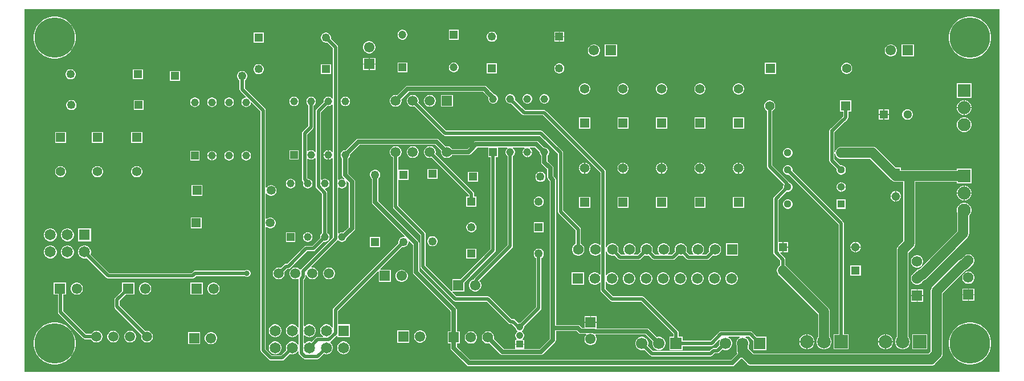
<source format=gbr>
G04*
G04 #@! TF.GenerationSoftware,Altium Limited,Altium Designer,23.3.1 (30)*
G04*
G04 Layer_Physical_Order=2*
G04 Layer_Color=16711680*
%FSLAX44Y44*%
%MOMM*%
G71*
G04*
G04 #@! TF.SameCoordinates,EAF1F0D8-16AB-4789-B3CC-ED1B898C5CC7*
G04*
G04*
G04 #@! TF.FilePolarity,Positive*
G04*
G01*
G75*
%ADD19C,1.5500*%
%ADD20R,1.5500X1.5500*%
%ADD23C,1.2000*%
%ADD24R,1.2000X1.2000*%
%ADD25R,1.3000X1.3000*%
%ADD26C,1.3000*%
%ADD31C,1.4000*%
%ADD32R,1.4000X1.4000*%
%ADD35R,1.3000X1.3000*%
%ADD37R,1.5500X1.5500*%
%ADD41C,1.2500*%
%ADD42R,1.2500X1.2500*%
%ADD43R,1.5660X1.5660*%
%ADD44C,1.5660*%
%ADD46R,1.2500X1.2500*%
%ADD47C,1.3500*%
%ADD48R,1.3500X1.3500*%
%ADD53C,2.0000*%
%ADD54R,2.0000X2.0000*%
%ADD57C,1.5000*%
%ADD58C,0.5080*%
%ADD59C,0.6500*%
%ADD60R,1.6500X1.6500*%
%ADD61C,1.6500*%
%ADD62C,1.5000*%
%ADD63C,1.5750*%
%ADD64R,1.5750X1.5750*%
%ADD65C,1.9350*%
%ADD66R,1.9350X1.9350*%
%ADD67R,1.4000X1.4000*%
%ADD68C,1.1300*%
%ADD69R,1.1300X1.1300*%
%ADD70C,6.0000*%
%ADD71R,1.5750X1.5750*%
%ADD72R,1.1600X1.1600*%
%ADD73C,1.1600*%
%ADD74R,1.5000X1.5000*%
%ADD75R,1.7000X1.7000*%
%ADD76C,1.7000*%
%ADD77C,1.0500*%
%ADD78R,1.0500X1.0500*%
%ADD79C,0.5500*%
%ADD80C,0.8000*%
G36*
X1736591Y275089D02*
X287789D01*
Y814571D01*
X1736591D01*
Y275089D01*
D02*
G37*
%LPC*%
G36*
X1090030Y780950D02*
X1083145D01*
Y774065D01*
X1090030D01*
Y780950D01*
D02*
G37*
G36*
X1081875D02*
X1074990D01*
Y774065D01*
X1081875D01*
Y780950D01*
D02*
G37*
G36*
X933130Y783650D02*
X918590D01*
Y769110D01*
X933130D01*
Y783650D01*
D02*
G37*
G36*
X850557D02*
X848643D01*
X846794Y783155D01*
X845136Y782197D01*
X843783Y780844D01*
X842825Y779186D01*
X842330Y777337D01*
Y775423D01*
X842825Y773574D01*
X843783Y771916D01*
X845136Y770563D01*
X846794Y769605D01*
X848643Y769110D01*
X850557D01*
X852406Y769605D01*
X854064Y770563D01*
X855417Y771916D01*
X856375Y773574D01*
X856870Y775423D01*
Y777337D01*
X856375Y779186D01*
X855417Y780844D01*
X854064Y782197D01*
X852406Y783155D01*
X850557Y783650D01*
D02*
G37*
G36*
X1090030Y772795D02*
X1083145D01*
Y765910D01*
X1090030D01*
Y772795D01*
D02*
G37*
G36*
X1081875D02*
X1074990D01*
Y765910D01*
X1081875D01*
Y772795D01*
D02*
G37*
G36*
X983500Y780950D02*
X981520D01*
X979607Y780437D01*
X977893Y779447D01*
X976492Y778047D01*
X975502Y776333D01*
X974990Y774420D01*
Y772440D01*
X975502Y770527D01*
X976492Y768813D01*
X977893Y767412D01*
X979607Y766423D01*
X981520Y765910D01*
X983500D01*
X985413Y766423D01*
X987127Y767412D01*
X988528Y768813D01*
X989518Y770527D01*
X990030Y772440D01*
Y774420D01*
X989518Y776333D01*
X988528Y778047D01*
X987127Y779447D01*
X985413Y780437D01*
X983500Y780950D01*
D02*
G37*
G36*
X643320Y779680D02*
X628280D01*
Y764640D01*
X643320D01*
Y779680D01*
D02*
G37*
G36*
X801288Y766810D02*
X798913D01*
X796618Y766195D01*
X794562Y765007D01*
X792882Y763328D01*
X791695Y761271D01*
X791080Y758977D01*
Y756602D01*
X791695Y754308D01*
X792882Y752251D01*
X794562Y750572D01*
X796618Y749384D01*
X798913Y748770D01*
X801288D01*
X803582Y749384D01*
X805638Y750572D01*
X807318Y752251D01*
X808505Y754308D01*
X809120Y756602D01*
Y758977D01*
X808505Y761271D01*
X807318Y763328D01*
X805638Y765007D01*
X803582Y766195D01*
X801288Y766810D01*
D02*
G37*
G36*
X1609220Y762130D02*
X1591180D01*
Y744090D01*
X1609220D01*
Y762130D01*
D02*
G37*
G36*
X1576387D02*
X1574012D01*
X1571718Y761515D01*
X1569661Y760328D01*
X1567982Y758648D01*
X1566794Y756592D01*
X1566180Y754297D01*
Y751923D01*
X1566794Y749628D01*
X1567982Y747572D01*
X1569661Y745892D01*
X1571718Y744705D01*
X1574012Y744090D01*
X1576387D01*
X1578681Y744705D01*
X1580738Y745892D01*
X1582418Y747572D01*
X1583605Y749628D01*
X1584220Y751923D01*
Y754297D01*
X1583605Y756592D01*
X1582418Y758648D01*
X1580738Y760328D01*
X1578681Y761515D01*
X1576387Y762130D01*
D02*
G37*
G36*
X1168130D02*
X1150090D01*
Y744090D01*
X1168130D01*
Y762130D01*
D02*
G37*
G36*
X1135297D02*
X1132923D01*
X1130628Y761515D01*
X1128572Y760328D01*
X1126892Y758648D01*
X1125705Y756592D01*
X1125090Y754297D01*
Y751923D01*
X1125705Y749628D01*
X1126892Y747572D01*
X1128572Y745892D01*
X1130628Y744705D01*
X1132923Y744090D01*
X1135297D01*
X1137592Y744705D01*
X1139648Y745892D01*
X1141328Y747572D01*
X1142515Y749628D01*
X1143130Y751923D01*
Y754297D01*
X1142515Y756592D01*
X1141328Y758648D01*
X1139648Y760328D01*
X1137592Y761515D01*
X1135297Y762130D01*
D02*
G37*
G36*
X1695371Y803430D02*
X1690449D01*
X1685588Y802660D01*
X1680907Y801139D01*
X1676521Y798904D01*
X1672539Y796011D01*
X1669059Y792531D01*
X1666165Y788549D01*
X1663931Y784164D01*
X1662410Y779482D01*
X1661640Y774621D01*
Y769699D01*
X1662410Y764838D01*
X1663931Y760156D01*
X1666165Y755771D01*
X1669059Y751789D01*
X1672539Y748309D01*
X1676521Y745415D01*
X1680907Y743181D01*
X1685588Y741660D01*
X1690449Y740890D01*
X1695371D01*
X1700232Y741660D01*
X1704913Y743181D01*
X1709299Y745415D01*
X1713281Y748309D01*
X1716761Y751789D01*
X1719655Y755771D01*
X1721889Y760156D01*
X1723410Y764838D01*
X1724180Y769699D01*
Y774621D01*
X1723410Y779482D01*
X1721889Y784164D01*
X1719655Y788549D01*
X1716761Y792531D01*
X1713281Y796011D01*
X1709299Y798904D01*
X1704913Y801139D01*
X1700232Y802660D01*
X1695371Y803430D01*
D02*
G37*
G36*
X335201D02*
X330279D01*
X325418Y802660D01*
X320737Y801139D01*
X316351Y798904D01*
X312369Y796011D01*
X308889Y792531D01*
X305996Y788549D01*
X303761Y784164D01*
X302240Y779482D01*
X301470Y774621D01*
Y769699D01*
X302240Y764838D01*
X303761Y760156D01*
X305996Y755771D01*
X308889Y751789D01*
X312369Y748309D01*
X316351Y745415D01*
X320737Y743181D01*
X325418Y741660D01*
X330279Y740890D01*
X335201D01*
X340062Y741660D01*
X344743Y743181D01*
X349129Y745415D01*
X353111Y748309D01*
X356591Y751789D01*
X359484Y755771D01*
X361719Y760156D01*
X363240Y764838D01*
X364010Y769699D01*
Y774621D01*
X363240Y779482D01*
X361719Y784164D01*
X359484Y788549D01*
X356591Y792531D01*
X353111Y796011D01*
X349129Y798904D01*
X344743Y801139D01*
X340062Y802660D01*
X335201Y803430D01*
D02*
G37*
G36*
X809120Y741810D02*
X800735D01*
Y733425D01*
X809120D01*
Y741810D01*
D02*
G37*
G36*
X799465D02*
X791080D01*
Y733425D01*
X799465D01*
Y741810D01*
D02*
G37*
G36*
X809120Y732155D02*
X800735D01*
Y723770D01*
X809120D01*
Y732155D01*
D02*
G37*
G36*
X799465D02*
X791080D01*
Y723770D01*
X799465D01*
Y732155D01*
D02*
G37*
G36*
X926817Y734980D02*
X924903D01*
X923054Y734485D01*
X921396Y733527D01*
X920042Y732174D01*
X919085Y730516D01*
X918590Y728667D01*
Y726753D01*
X919085Y724904D01*
X920042Y723246D01*
X921396Y721893D01*
X923054Y720935D01*
X924903Y720440D01*
X926817D01*
X928666Y720935D01*
X930324Y721893D01*
X931677Y723246D01*
X932635Y724904D01*
X933130Y726753D01*
Y728667D01*
X932635Y730516D01*
X931677Y732174D01*
X930324Y733527D01*
X928666Y734485D01*
X926817Y734980D01*
D02*
G37*
G36*
X856870D02*
X842330D01*
Y720440D01*
X856870D01*
Y734980D01*
D02*
G37*
G36*
X1083500Y733960D02*
X1081520D01*
X1079607Y733447D01*
X1077892Y732458D01*
X1076492Y731057D01*
X1075502Y729343D01*
X1074990Y727430D01*
Y725450D01*
X1075502Y723537D01*
X1076492Y721823D01*
X1077892Y720423D01*
X1079607Y719433D01*
X1081520Y718920D01*
X1083500D01*
X1085412Y719433D01*
X1087127Y720423D01*
X1088527Y721823D01*
X1089517Y723537D01*
X1090030Y725450D01*
Y727430D01*
X1089517Y729343D01*
X1088527Y731057D01*
X1087127Y732458D01*
X1085412Y733447D01*
X1083500Y733960D01*
D02*
G37*
G36*
X990030D02*
X974990D01*
Y718920D01*
X990030D01*
Y733960D01*
D02*
G37*
G36*
X1510468Y734710D02*
X1508291D01*
X1506188Y734146D01*
X1504302Y733058D01*
X1502762Y731518D01*
X1501673Y729632D01*
X1501110Y727529D01*
Y725351D01*
X1501673Y723248D01*
X1502762Y721362D01*
X1504302Y719822D01*
X1506188Y718734D01*
X1508291Y718170D01*
X1510468D01*
X1512572Y718734D01*
X1514458Y719822D01*
X1515997Y721362D01*
X1517086Y723248D01*
X1517650Y725351D01*
Y727529D01*
X1517086Y729632D01*
X1515997Y731518D01*
X1514458Y733058D01*
X1512572Y734146D01*
X1510468Y734710D01*
D02*
G37*
G36*
X1404650D02*
X1388110D01*
Y718170D01*
X1404650D01*
Y734710D01*
D02*
G37*
G36*
X743320Y732690D02*
X728280D01*
Y717650D01*
X743320D01*
Y732690D01*
D02*
G37*
G36*
X636790D02*
X634810D01*
X632897Y732178D01*
X631183Y731188D01*
X629783Y729787D01*
X628793Y728073D01*
X628280Y726160D01*
Y724180D01*
X628793Y722267D01*
X629783Y720553D01*
X631183Y719153D01*
X632897Y718163D01*
X634810Y717650D01*
X636790D01*
X638703Y718163D01*
X640417Y719153D01*
X641818Y720553D01*
X642808Y722267D01*
X643320Y724180D01*
Y726160D01*
X642808Y728073D01*
X641818Y729787D01*
X640417Y731188D01*
X638703Y732178D01*
X636790Y732690D01*
D02*
G37*
G36*
X463920Y725070D02*
X448880D01*
Y710030D01*
X463920D01*
Y725070D01*
D02*
G37*
G36*
X357390D02*
X355410D01*
X353498Y724557D01*
X351783Y723568D01*
X350383Y722167D01*
X349393Y720453D01*
X348880Y718540D01*
Y716560D01*
X349393Y714647D01*
X350383Y712933D01*
X351783Y711533D01*
X353498Y710543D01*
X355410Y710030D01*
X357390D01*
X359303Y710543D01*
X361017Y711533D01*
X362418Y712933D01*
X363408Y714647D01*
X363920Y716560D01*
Y718540D01*
X363408Y720453D01*
X362418Y722167D01*
X361017Y723568D01*
X359303Y724557D01*
X357390Y725070D01*
D02*
G37*
G36*
X518860Y722530D02*
X503820D01*
Y707490D01*
X518860D01*
Y722530D01*
D02*
G37*
G36*
X1349829Y704230D02*
X1347651D01*
X1345548Y703666D01*
X1343662Y702578D01*
X1342122Y701038D01*
X1341034Y699152D01*
X1340470Y697049D01*
Y694871D01*
X1341034Y692768D01*
X1342122Y690882D01*
X1343662Y689342D01*
X1345548Y688254D01*
X1347651Y687690D01*
X1349829D01*
X1351932Y688254D01*
X1353818Y689342D01*
X1355358Y690882D01*
X1356446Y692768D01*
X1357010Y694871D01*
Y697049D01*
X1356446Y699152D01*
X1355358Y701038D01*
X1353818Y702578D01*
X1351932Y703666D01*
X1349829Y704230D01*
D02*
G37*
G36*
X1292679D02*
X1290501D01*
X1288398Y703666D01*
X1286512Y702578D01*
X1284972Y701038D01*
X1283884Y699152D01*
X1283320Y697049D01*
Y694871D01*
X1283884Y692768D01*
X1284972Y690882D01*
X1286512Y689342D01*
X1288398Y688254D01*
X1290501Y687690D01*
X1292679D01*
X1294782Y688254D01*
X1296668Y689342D01*
X1298208Y690882D01*
X1299296Y692768D01*
X1299860Y694871D01*
Y697049D01*
X1299296Y699152D01*
X1298208Y701038D01*
X1296668Y702578D01*
X1294782Y703666D01*
X1292679Y704230D01*
D02*
G37*
G36*
X1235529D02*
X1233351D01*
X1231248Y703666D01*
X1229362Y702578D01*
X1227822Y701038D01*
X1226734Y699152D01*
X1226170Y697049D01*
Y694871D01*
X1226734Y692768D01*
X1227822Y690882D01*
X1229362Y689342D01*
X1231248Y688254D01*
X1233351Y687690D01*
X1235529D01*
X1237632Y688254D01*
X1239518Y689342D01*
X1241058Y690882D01*
X1242146Y692768D01*
X1242710Y694871D01*
Y697049D01*
X1242146Y699152D01*
X1241058Y701038D01*
X1239518Y702578D01*
X1237632Y703666D01*
X1235529Y704230D01*
D02*
G37*
G36*
X1178379D02*
X1176201D01*
X1174098Y703666D01*
X1172212Y702578D01*
X1170672Y701038D01*
X1169584Y699152D01*
X1169020Y697049D01*
Y694871D01*
X1169584Y692768D01*
X1170672Y690882D01*
X1172212Y689342D01*
X1174098Y688254D01*
X1176201Y687690D01*
X1178379D01*
X1180482Y688254D01*
X1182368Y689342D01*
X1183908Y690882D01*
X1184996Y692768D01*
X1185560Y694871D01*
Y697049D01*
X1184996Y699152D01*
X1183908Y701038D01*
X1182368Y702578D01*
X1180482Y703666D01*
X1178379Y704230D01*
D02*
G37*
G36*
X1121229D02*
X1119051D01*
X1116948Y703666D01*
X1115062Y702578D01*
X1113522Y701038D01*
X1112434Y699152D01*
X1111870Y697049D01*
Y694871D01*
X1112434Y692768D01*
X1113522Y690882D01*
X1115062Y689342D01*
X1116948Y688254D01*
X1119051Y687690D01*
X1121229D01*
X1123332Y688254D01*
X1125218Y689342D01*
X1126758Y690882D01*
X1127846Y692768D01*
X1128410Y694871D01*
Y697049D01*
X1127846Y699152D01*
X1126758Y701038D01*
X1125218Y702578D01*
X1123332Y703666D01*
X1121229Y704230D01*
D02*
G37*
G36*
X1694965Y704365D02*
X1673075D01*
Y682475D01*
X1694965D01*
Y704365D01*
D02*
G37*
G36*
X736790Y779680D02*
X734810D01*
X732897Y779167D01*
X731183Y778177D01*
X729782Y776777D01*
X728792Y775063D01*
X728280Y773150D01*
Y771170D01*
X728792Y769257D01*
X729782Y767543D01*
X731183Y766143D01*
X732897Y765153D01*
X734810Y764640D01*
X736790D01*
X737607Y764859D01*
X745965Y756501D01*
Y682098D01*
X745143Y681734D01*
X744695Y681683D01*
X743481Y682897D01*
X741869Y683828D01*
X740071Y684310D01*
X738209D01*
X736411Y683828D01*
X734799Y682897D01*
X733483Y681581D01*
X732552Y679969D01*
X732070Y678171D01*
Y676309D01*
X732206Y675800D01*
X721703Y665297D01*
X720861Y664037D01*
X720565Y662550D01*
Y602698D01*
X719743Y602334D01*
X719295Y602283D01*
X718081Y603498D01*
X716469Y604428D01*
X714671Y604910D01*
X712809D01*
X711011Y604428D01*
X709399Y603498D01*
X709285Y603383D01*
X708015Y603909D01*
Y628254D01*
X716487Y636726D01*
X717329Y637986D01*
X717625Y639473D01*
Y671319D01*
X718081Y671583D01*
X719397Y672899D01*
X720328Y674511D01*
X720810Y676309D01*
Y678171D01*
X720328Y679969D01*
X719397Y681581D01*
X718081Y682897D01*
X716469Y683828D01*
X714671Y684310D01*
X712809D01*
X711011Y683828D01*
X709399Y682897D01*
X708083Y681581D01*
X707152Y679969D01*
X706670Y678171D01*
Y676309D01*
X707152Y674511D01*
X708083Y672899D01*
X709399Y671583D01*
X709855Y671319D01*
Y641082D01*
X701383Y632609D01*
X700541Y631349D01*
X700245Y629863D01*
Y561284D01*
X700541Y559798D01*
X701383Y558537D01*
X702119Y557801D01*
X702072Y557719D01*
X701590Y555921D01*
Y554059D01*
X702072Y552261D01*
X703003Y550649D01*
X704319Y549333D01*
X705931Y548402D01*
X707729Y547920D01*
X709591D01*
X711389Y548402D01*
X713001Y549333D01*
X714317Y550649D01*
X715248Y552261D01*
X715730Y554059D01*
Y555921D01*
X715248Y557719D01*
X714317Y559331D01*
X713001Y560647D01*
X711389Y561578D01*
X709591Y562060D01*
X708848D01*
X708015Y562893D01*
Y591771D01*
X709285Y592297D01*
X709399Y592183D01*
X711011Y591252D01*
X712809Y590770D01*
X714671D01*
X716469Y591252D01*
X718081Y592183D01*
X719295Y593397D01*
X719743Y593346D01*
X720565Y592982D01*
Y551009D01*
X720861Y549523D01*
X721703Y548263D01*
X730175Y539790D01*
Y481511D01*
X729719Y481247D01*
X728403Y479931D01*
X727472Y478318D01*
X726990Y476520D01*
Y474659D01*
X727126Y474150D01*
X715438Y462461D01*
X706627D01*
X705140Y462166D01*
X703880Y461324D01*
X678463Y435907D01*
X676480D01*
X674994Y435612D01*
X673733Y434770D01*
X668795Y429831D01*
X666635Y430410D01*
X664325D01*
X662095Y429812D01*
X660095Y428658D01*
X658462Y427025D01*
X657308Y425025D01*
X656710Y422795D01*
Y420485D01*
X657308Y418255D01*
X658462Y416255D01*
X660095Y414622D01*
X662095Y413468D01*
X664325Y412870D01*
X666635D01*
X668865Y413468D01*
X670865Y414622D01*
X672498Y416255D01*
X673652Y418255D01*
X674250Y420485D01*
Y422795D01*
X673932Y423981D01*
X678089Y428138D01*
X680072D01*
X681559Y428434D01*
X682819Y429276D01*
X708236Y454692D01*
X717047D01*
X718534Y454988D01*
X719794Y455830D01*
X732620Y468656D01*
X733129Y468520D01*
X734991D01*
X736789Y469001D01*
X738401Y469932D01*
X739717Y471249D01*
X740648Y472861D01*
X741130Y474659D01*
Y476520D01*
X740648Y478318D01*
X739717Y479931D01*
X738401Y481247D01*
X737945Y481511D01*
Y541399D01*
X737649Y542886D01*
X736807Y544146D01*
X734303Y546650D01*
X734829Y547920D01*
X734991D01*
X736789Y548402D01*
X738401Y549333D01*
X739717Y550649D01*
X740648Y552261D01*
X741130Y554059D01*
Y555921D01*
X740648Y557719D01*
X739717Y559331D01*
X738401Y560647D01*
X736789Y561578D01*
X734991Y562060D01*
X733129D01*
X731331Y561578D01*
X729719Y560647D01*
X729605Y560533D01*
X728335Y561059D01*
Y660941D01*
X737700Y670306D01*
X738209Y670170D01*
X740071D01*
X741869Y670652D01*
X743481Y671583D01*
X744695Y672797D01*
X745143Y672746D01*
X745965Y672382D01*
Y602698D01*
X745143Y602334D01*
X744695Y602283D01*
X743481Y603498D01*
X741869Y604428D01*
X740071Y604910D01*
X739775D01*
Y597840D01*
Y590770D01*
X740071D01*
X741869Y591252D01*
X743481Y592183D01*
X744695Y593397D01*
X745143Y593346D01*
X745965Y592982D01*
Y474599D01*
X699043Y427677D01*
X698799Y427311D01*
X698300Y427201D01*
X697247Y427275D01*
X695865Y428658D01*
X693865Y429812D01*
X691635Y430410D01*
X689326D01*
X687095Y429812D01*
X685095Y428658D01*
X683463Y427025D01*
X682308Y425025D01*
X681710Y422795D01*
Y420485D01*
X682308Y418255D01*
X683463Y416255D01*
X685095Y414622D01*
X687095Y413468D01*
X689326Y412870D01*
X691635D01*
X693865Y413468D01*
X694156Y413635D01*
X695255Y413000D01*
Y341690D01*
X693985Y341350D01*
X693418Y342333D01*
X691645Y344105D01*
X689475Y345359D01*
X687053Y346007D01*
X684547D01*
X682125Y345359D01*
X679955Y344105D01*
X678182Y342333D01*
X676929Y340162D01*
X676280Y337741D01*
Y335234D01*
X676929Y332813D01*
X678182Y330642D01*
X679955Y328869D01*
X682125Y327616D01*
X684547Y326967D01*
X687053D01*
X689475Y327616D01*
X691645Y328869D01*
X693418Y330642D01*
X693985Y331625D01*
X695255Y331284D01*
Y316290D01*
X693985Y315950D01*
X693418Y316933D01*
X691645Y318705D01*
X689475Y319959D01*
X687053Y320607D01*
X684547D01*
X682125Y319959D01*
X679955Y318705D01*
X678182Y316933D01*
X676929Y314762D01*
X676280Y312341D01*
Y309834D01*
X676866Y307647D01*
X669014Y299795D01*
X655659D01*
X646495Y308959D01*
Y490107D01*
X647765Y490633D01*
X648246Y490152D01*
X650074Y489096D01*
X652114Y488550D01*
X654226D01*
X656266Y489096D01*
X658094Y490152D01*
X659588Y491646D01*
X660644Y493474D01*
X661190Y495514D01*
Y497626D01*
X660644Y499666D01*
X659588Y501494D01*
X658094Y502988D01*
X656266Y504044D01*
X654226Y504590D01*
X652114D01*
X650074Y504044D01*
X648246Y502988D01*
X647765Y502507D01*
X646495Y503033D01*
Y540012D01*
X647765Y540352D01*
X648023Y539906D01*
X649516Y538412D01*
X651345Y537356D01*
X653384Y536810D01*
X655496D01*
X657536Y537356D01*
X659364Y538412D01*
X660858Y539906D01*
X661914Y541734D01*
X662460Y543774D01*
Y545886D01*
X661914Y547926D01*
X660858Y549754D01*
X659364Y551248D01*
X657536Y552304D01*
X655496Y552850D01*
X653384D01*
X651345Y552304D01*
X649516Y551248D01*
X648023Y549754D01*
X647765Y549308D01*
X646495Y549648D01*
Y664171D01*
X646199Y665657D01*
X645357Y666917D01*
X615225Y697050D01*
Y708569D01*
X615957Y708992D01*
X617357Y710393D01*
X618347Y712107D01*
X618860Y714020D01*
Y716000D01*
X618347Y717913D01*
X617357Y719627D01*
X615957Y721028D01*
X614243Y722018D01*
X612330Y722530D01*
X610350D01*
X608437Y722018D01*
X606722Y721028D01*
X605322Y719627D01*
X604332Y717913D01*
X603820Y716000D01*
Y714020D01*
X604332Y712107D01*
X605322Y710393D01*
X606722Y708992D01*
X607455Y708569D01*
Y695441D01*
X607751Y693954D01*
X608593Y692694D01*
X616977Y684310D01*
X616451Y683040D01*
X616289D01*
X614491Y682558D01*
X612879Y681628D01*
X611563Y680311D01*
X610632Y678699D01*
X610150Y676901D01*
Y675039D01*
X610632Y673241D01*
X611563Y671629D01*
X612879Y670313D01*
X614491Y669382D01*
X616289Y668900D01*
X618151D01*
X619949Y669382D01*
X621561Y670313D01*
X622877Y671629D01*
X623808Y673241D01*
X624290Y675039D01*
Y675201D01*
X625560Y675727D01*
X638726Y662562D01*
Y307350D01*
X639021Y305863D01*
X639863Y304603D01*
X651303Y293163D01*
X652563Y292321D01*
X654050Y292025D01*
X670623D01*
X672109Y292321D01*
X673370Y293163D01*
X682360Y302153D01*
X684547Y301567D01*
X687053D01*
X689475Y302216D01*
X691645Y303469D01*
X693418Y305242D01*
X693985Y306225D01*
X695255Y305884D01*
Y303471D01*
X695551Y301985D01*
X696393Y300724D01*
X702019Y295098D01*
X703279Y294256D01*
X704766Y293961D01*
X723358D01*
X724845Y294256D01*
X726105Y295098D01*
X733160Y302153D01*
X735347Y301567D01*
X737853D01*
X740275Y302216D01*
X742445Y303469D01*
X744218Y305242D01*
X745471Y307413D01*
X746120Y309834D01*
Y312341D01*
X745471Y314762D01*
X744218Y316933D01*
X742592Y318559D01*
X742499Y319211D01*
X742593Y320087D01*
X743062Y320401D01*
X751307Y328645D01*
X752480Y328159D01*
Y326967D01*
X771520D01*
Y346007D01*
X753825D01*
Y365591D01*
X813167Y424933D01*
X814340Y424447D01*
Y408810D01*
X832380D01*
Y426850D01*
X816743D01*
X816257Y428023D01*
X849093Y460859D01*
X849910Y460640D01*
X851890D01*
X853803Y461153D01*
X855517Y462143D01*
X856917Y463543D01*
X857907Y465257D01*
X858420Y467170D01*
Y469150D01*
X858363Y469364D01*
X859501Y470021D01*
X865341Y464181D01*
Y422910D01*
X865692Y421146D01*
X866691Y419651D01*
X921221Y365121D01*
Y335535D01*
X916685D01*
Y317245D01*
X921221D01*
Y310895D01*
X921572Y309131D01*
X922571Y307636D01*
X945176Y285031D01*
X945176Y285031D01*
X946671Y284032D01*
X948435Y283681D01*
X948435Y283681D01*
X1339342D01*
X1341106Y284032D01*
X1342601Y285031D01*
X1352681Y295111D01*
X1353539D01*
X1361535Y287115D01*
X1363367Y285709D01*
X1365501Y284826D01*
X1367790Y284524D01*
X1634593D01*
X1636883Y284826D01*
X1639016Y285709D01*
X1640848Y287115D01*
X1649635Y295902D01*
X1651041Y297734D01*
X1651924Y299867D01*
X1652226Y302157D01*
Y391937D01*
X1686305Y426017D01*
X1686564Y426051D01*
X1688698Y426934D01*
X1690530Y428340D01*
X1694984Y432794D01*
X1695985Y433372D01*
X1697688Y435075D01*
X1698892Y437160D01*
X1699515Y439486D01*
Y441894D01*
X1698892Y444220D01*
X1697688Y446305D01*
X1695985Y448008D01*
X1693900Y449212D01*
X1691574Y449835D01*
X1689166D01*
X1686840Y449212D01*
X1684755Y448008D01*
X1683052Y446305D01*
X1682474Y445304D01*
X1680344Y443173D01*
X1680084Y443139D01*
X1677951Y442256D01*
X1676119Y440850D01*
X1676119Y440850D01*
X1637125Y401856D01*
X1635719Y400024D01*
X1634836Y397891D01*
X1634534Y395601D01*
Y305821D01*
X1630929Y302216D01*
X1371454D01*
X1363936Y309734D01*
Y313281D01*
X1364194Y313729D01*
X1364860Y316214D01*
Y318786D01*
X1364194Y321271D01*
X1362908Y323499D01*
X1361089Y325318D01*
X1359361Y326315D01*
X1359702Y327585D01*
X1364911D01*
X1370720Y321776D01*
Y307730D01*
X1390260D01*
Y327270D01*
X1376214D01*
X1369267Y334217D01*
X1368007Y335059D01*
X1366520Y335355D01*
X1322900D01*
X1321413Y335059D01*
X1320153Y334217D01*
X1307321Y321385D01*
X1265800D01*
Y327270D01*
X1259915D01*
Y333620D01*
X1259619Y335107D01*
X1258777Y336367D01*
X1208857Y386287D01*
X1207597Y387129D01*
X1206110Y387425D01*
X1162389D01*
X1151560Y398253D01*
Y409249D01*
X1152830Y409589D01*
X1153498Y408433D01*
X1155192Y406738D01*
X1157268Y405540D01*
X1159582Y404920D01*
X1161978D01*
X1164293Y405540D01*
X1166367Y406738D01*
X1168062Y408433D01*
X1169260Y410508D01*
X1169880Y412822D01*
Y415218D01*
X1169260Y417533D01*
X1168062Y419608D01*
X1166367Y421302D01*
X1164293Y422500D01*
X1161978Y423120D01*
X1159582D01*
X1157268Y422500D01*
X1155192Y421302D01*
X1153498Y419608D01*
X1152830Y418451D01*
X1151560Y418791D01*
Y453989D01*
X1152830Y454156D01*
X1152956Y453688D01*
X1154154Y451613D01*
X1155848Y449918D01*
X1157923Y448720D01*
X1160238Y448100D01*
X1162634D01*
X1164533Y448609D01*
X1170329Y442813D01*
X1171589Y441971D01*
X1173076Y441675D01*
X1200596D01*
X1202082Y441971D01*
X1203343Y442813D01*
X1209138Y448609D01*
X1211038Y448100D01*
X1213434D01*
X1215333Y448609D01*
X1221129Y442813D01*
X1222389Y441971D01*
X1223876Y441675D01*
X1251396D01*
X1252882Y441971D01*
X1254143Y442813D01*
X1259938Y448609D01*
X1261838Y448100D01*
X1264234D01*
X1266133Y448609D01*
X1271929Y442813D01*
X1273189Y441971D01*
X1274676Y441675D01*
X1302196D01*
X1303682Y441971D01*
X1304943Y442813D01*
X1310738Y448609D01*
X1312638Y448100D01*
X1315034D01*
X1317348Y448720D01*
X1319423Y449918D01*
X1321118Y451613D01*
X1322316Y453688D01*
X1322936Y456002D01*
Y458398D01*
X1322316Y460713D01*
X1321118Y462788D01*
X1319423Y464482D01*
X1317348Y465680D01*
X1315034Y466300D01*
X1312638D01*
X1310323Y465680D01*
X1308248Y464482D01*
X1306554Y462788D01*
X1305356Y460713D01*
X1304736Y458398D01*
Y456002D01*
X1305245Y454103D01*
X1300587Y449445D01*
X1295346D01*
X1294820Y450715D01*
X1295717Y451613D01*
X1296915Y453688D01*
X1297536Y456002D01*
Y458398D01*
X1296915Y460713D01*
X1295717Y462788D01*
X1294023Y464482D01*
X1291948Y465680D01*
X1289634Y466300D01*
X1287238D01*
X1284923Y465680D01*
X1282848Y464482D01*
X1281154Y462788D01*
X1279956Y460713D01*
X1279336Y458398D01*
Y456002D01*
X1279956Y453688D01*
X1281154Y451613D01*
X1282052Y450715D01*
X1281526Y449445D01*
X1276285D01*
X1271627Y454103D01*
X1272136Y456002D01*
Y458398D01*
X1271516Y460713D01*
X1270318Y462788D01*
X1268623Y464482D01*
X1266548Y465680D01*
X1264234Y466300D01*
X1261838D01*
X1259523Y465680D01*
X1257448Y464482D01*
X1255754Y462788D01*
X1254556Y460713D01*
X1253936Y458398D01*
Y456002D01*
X1254445Y454103D01*
X1249787Y449445D01*
X1244546D01*
X1244020Y450715D01*
X1244918Y451613D01*
X1246115Y453688D01*
X1246736Y456002D01*
Y458398D01*
X1246115Y460713D01*
X1244918Y462788D01*
X1243223Y464482D01*
X1241148Y465680D01*
X1238834Y466300D01*
X1236438D01*
X1234123Y465680D01*
X1232048Y464482D01*
X1230354Y462788D01*
X1229156Y460713D01*
X1228536Y458398D01*
Y456002D01*
X1229156Y453688D01*
X1230354Y451613D01*
X1231252Y450715D01*
X1230726Y449445D01*
X1225485D01*
X1220827Y454103D01*
X1221336Y456002D01*
Y458398D01*
X1220715Y460713D01*
X1219518Y462788D01*
X1217823Y464482D01*
X1215748Y465680D01*
X1213434Y466300D01*
X1211038D01*
X1208723Y465680D01*
X1206648Y464482D01*
X1204954Y462788D01*
X1203756Y460713D01*
X1203136Y458398D01*
Y456002D01*
X1203645Y454103D01*
X1198987Y449445D01*
X1193746D01*
X1193220Y450715D01*
X1194118Y451613D01*
X1195315Y453688D01*
X1195936Y456002D01*
Y458398D01*
X1195315Y460713D01*
X1194118Y462788D01*
X1192423Y464482D01*
X1190348Y465680D01*
X1188034Y466300D01*
X1185638D01*
X1183323Y465680D01*
X1181248Y464482D01*
X1179554Y462788D01*
X1178356Y460713D01*
X1177736Y458398D01*
Y456002D01*
X1178356Y453688D01*
X1179554Y451613D01*
X1180452Y450715D01*
X1179926Y449445D01*
X1174685D01*
X1170027Y454103D01*
X1170536Y456002D01*
Y458398D01*
X1169915Y460713D01*
X1168717Y462788D01*
X1167023Y464482D01*
X1164948Y465680D01*
X1162634Y466300D01*
X1160238D01*
X1157923Y465680D01*
X1155848Y464482D01*
X1154154Y462788D01*
X1152956Y460713D01*
X1152830Y460244D01*
X1151560Y460411D01*
Y573174D01*
X1151265Y574661D01*
X1150423Y575921D01*
X1063021Y663323D01*
X1061760Y664165D01*
X1060274Y664461D01*
X1031733D01*
X1016584Y679610D01*
X1016720Y680119D01*
Y681981D01*
X1016238Y683779D01*
X1015307Y685391D01*
X1013991Y686708D01*
X1012379Y687638D01*
X1010581Y688120D01*
X1008719D01*
X1006921Y687638D01*
X1005309Y686708D01*
X1003993Y685391D01*
X1003062Y683779D01*
X1002580Y681981D01*
Y680119D01*
X1003062Y678321D01*
X1003993Y676709D01*
X1005309Y675393D01*
X1006921Y674462D01*
X1008719Y673980D01*
X1010581D01*
X1011090Y674117D01*
X1027377Y657829D01*
X1028637Y656987D01*
X1030124Y656692D01*
X1058665D01*
X1143791Y571565D01*
Y464110D01*
X1142521Y463584D01*
X1141623Y464482D01*
X1139548Y465680D01*
X1137234Y466300D01*
X1134838D01*
X1132523Y465680D01*
X1130448Y464482D01*
X1128754Y462788D01*
X1127556Y460713D01*
X1126936Y458398D01*
Y456002D01*
X1127556Y453688D01*
X1128754Y451613D01*
X1130448Y449918D01*
X1132523Y448720D01*
X1134838Y448100D01*
X1137234D01*
X1139548Y448720D01*
X1141623Y449918D01*
X1142521Y450816D01*
X1143791Y450290D01*
Y419947D01*
X1142521Y419748D01*
X1140967Y421302D01*
X1138893Y422500D01*
X1136578Y423120D01*
X1134182D01*
X1131868Y422500D01*
X1129792Y421302D01*
X1128098Y419608D01*
X1126900Y417533D01*
X1126280Y415218D01*
Y412822D01*
X1126900Y410508D01*
X1128098Y408433D01*
X1129792Y406738D01*
X1131868Y405540D01*
X1134182Y404920D01*
X1136578D01*
X1138893Y405540D01*
X1140967Y406738D01*
X1142521Y408292D01*
X1143791Y408093D01*
Y396644D01*
X1144087Y395158D01*
X1144929Y393897D01*
X1158033Y380793D01*
X1159293Y379951D01*
X1160780Y379655D01*
X1204501D01*
X1252145Y332011D01*
Y327270D01*
X1246260D01*
Y307730D01*
X1265800D01*
Y313615D01*
X1308930D01*
X1310417Y313911D01*
X1311677Y314753D01*
X1320382Y323459D01*
X1321399Y322679D01*
X1320586Y321271D01*
X1319920Y318786D01*
Y316214D01*
X1320354Y314593D01*
X1316215Y310454D01*
X1311692D01*
X1310205Y310158D01*
X1308945Y309316D01*
X1305774Y306145D01*
X1222079D01*
X1214368Y313856D01*
X1215000Y316214D01*
Y318786D01*
X1214334Y321271D01*
X1213048Y323499D01*
X1211229Y325318D01*
X1209001Y326604D01*
X1206516Y327270D01*
X1203944D01*
X1201459Y326604D01*
X1199231Y325318D01*
X1197412Y323499D01*
X1196126Y321271D01*
X1195460Y318786D01*
Y316214D01*
X1196126Y313729D01*
X1197412Y311501D01*
X1199231Y309682D01*
X1201459Y308396D01*
X1203944Y307730D01*
X1206516D01*
X1208874Y308362D01*
X1217723Y299513D01*
X1218983Y298671D01*
X1220470Y298375D01*
X1307383D01*
X1308869Y298671D01*
X1310130Y299513D01*
X1313301Y302684D01*
X1317824D01*
X1319311Y302980D01*
X1320571Y303822D01*
X1325428Y308679D01*
X1325919Y308396D01*
X1328404Y307730D01*
X1330976D01*
X1333461Y308396D01*
X1335689Y309682D01*
X1337508Y311501D01*
X1338794Y313729D01*
X1339460Y316214D01*
Y318786D01*
X1338794Y321271D01*
X1337508Y323499D01*
X1335689Y325318D01*
X1333961Y326315D01*
X1334302Y327585D01*
X1350478D01*
X1350819Y326315D01*
X1349091Y325318D01*
X1347272Y323499D01*
X1345986Y321271D01*
X1345320Y318786D01*
Y316214D01*
X1345986Y313729D01*
X1346244Y313281D01*
Y306070D01*
X1346546Y303781D01*
X1347064Y302529D01*
X1337433Y292899D01*
X950344D01*
X930439Y312804D01*
Y317245D01*
X934975D01*
Y335535D01*
X930439D01*
Y367030D01*
X930088Y368794D01*
X929089Y370289D01*
X874559Y424819D01*
Y466090D01*
X874559Y466090D01*
X874208Y467854D01*
X873209Y469349D01*
X873209Y469349D01*
X813599Y528959D01*
Y562137D01*
X813607Y562142D01*
X815007Y563543D01*
X815997Y565257D01*
X816510Y567170D01*
Y569150D01*
X815997Y571063D01*
X815007Y572777D01*
X813607Y574177D01*
X811893Y575167D01*
X809980Y575680D01*
X808000D01*
X806087Y575167D01*
X804373Y574177D01*
X802972Y572777D01*
X801982Y571063D01*
X801470Y569150D01*
Y567170D01*
X801982Y565257D01*
X802972Y563543D01*
X804373Y562142D01*
X804381Y562137D01*
Y527050D01*
X804732Y525286D01*
X805731Y523791D01*
X852761Y476762D01*
X852104Y475623D01*
X851890Y475680D01*
X849910D01*
X847997Y475168D01*
X846283Y474178D01*
X844883Y472777D01*
X843893Y471063D01*
X843380Y469150D01*
Y467170D01*
X843599Y466353D01*
X747193Y369947D01*
X746351Y368687D01*
X746055Y367200D01*
Y341690D01*
X744785Y341350D01*
X744218Y342333D01*
X742445Y344105D01*
X740275Y345359D01*
X737853Y346007D01*
X735347D01*
X732925Y345359D01*
X730755Y344105D01*
X728982Y342333D01*
X727729Y340162D01*
X727080Y337741D01*
Y335234D01*
X727729Y332813D01*
X728982Y330642D01*
X730755Y328869D01*
X731737Y328302D01*
X731397Y327032D01*
X723260D01*
X721773Y326736D01*
X720513Y325894D01*
X714640Y320021D01*
X712453Y320607D01*
X709947D01*
X707525Y319959D01*
X705355Y318705D01*
X704295Y317645D01*
X703025Y318171D01*
Y329403D01*
X704295Y329929D01*
X705355Y328869D01*
X707525Y327616D01*
X709947Y326967D01*
X712453D01*
X714875Y327616D01*
X717045Y328869D01*
X718818Y330642D01*
X720071Y332813D01*
X720720Y335234D01*
Y337741D01*
X720071Y340162D01*
X718818Y342333D01*
X717045Y344105D01*
X714875Y345359D01*
X712453Y346007D01*
X709947D01*
X707525Y345359D01*
X705355Y344105D01*
X704295Y343045D01*
X703025Y343571D01*
Y412696D01*
X704537Y414208D01*
X705379Y415469D01*
X705675Y416955D01*
Y419441D01*
X706945Y419609D01*
X707308Y418255D01*
X708462Y416255D01*
X710095Y414622D01*
X712095Y413468D01*
X714325Y412870D01*
X716635D01*
X718865Y413468D01*
X720865Y414622D01*
X722498Y416255D01*
X723652Y418255D01*
X724250Y420485D01*
Y422795D01*
X723652Y425025D01*
X722498Y427025D01*
X720865Y428658D01*
X718865Y429812D01*
X716635Y430410D01*
X714560D01*
X713828Y431474D01*
X752597Y470243D01*
X752796Y470542D01*
X752836Y470570D01*
X754398Y470653D01*
X755119Y469932D01*
X756731Y469001D01*
X758529Y468520D01*
X760391D01*
X762189Y469001D01*
X763801Y469932D01*
X765117Y471249D01*
X766048Y472861D01*
X766427Y474275D01*
X770174Y478022D01*
X771517Y478919D01*
X777959Y485361D01*
X778958Y486856D01*
X779309Y488620D01*
Y557530D01*
X778958Y559294D01*
X777959Y560789D01*
X777959Y560789D01*
X769149Y569599D01*
Y592450D01*
X770197Y593499D01*
X771128Y595111D01*
X771610Y596909D01*
Y598393D01*
X785829Y612611D01*
X898521D01*
X907132Y604001D01*
X906900Y603135D01*
Y600825D01*
X907498Y598595D01*
X908652Y596595D01*
X910285Y594962D01*
X912285Y593808D01*
X914515Y593210D01*
X916825D01*
X919055Y593808D01*
X921055Y594962D01*
X922688Y596595D01*
X923136Y597371D01*
X947420D01*
X949184Y597722D01*
X950679Y598721D01*
X960759Y608801D01*
X975944D01*
X977180Y608720D01*
X977180Y607531D01*
Y594580D01*
X980365D01*
Y457539D01*
X935706Y412880D01*
X923560D01*
Y395898D01*
X923560Y395442D01*
X922290Y394916D01*
X883995Y433211D01*
Y480060D01*
X883699Y481547D01*
X882857Y482807D01*
X843355Y522309D01*
Y559380D01*
X843380Y560640D01*
X844625Y560640D01*
X858420D01*
Y575680D01*
X843380Y575680D01*
X843355Y576939D01*
Y594096D01*
X844855Y594962D01*
X846488Y596595D01*
X847642Y598595D01*
X848240Y600825D01*
Y603135D01*
X847642Y605365D01*
X846488Y607365D01*
X844855Y608998D01*
X842855Y610152D01*
X840625Y610750D01*
X838315D01*
X836085Y610152D01*
X834085Y608998D01*
X832452Y607365D01*
X831298Y605365D01*
X830700Y603135D01*
Y600825D01*
X831298Y598595D01*
X832452Y596595D01*
X834085Y594962D01*
X835585Y594096D01*
Y520700D01*
X835881Y519213D01*
X836723Y517953D01*
X876225Y478451D01*
Y431602D01*
X876521Y430115D01*
X877363Y428855D01*
X925425Y380793D01*
X926685Y379951D01*
X928172Y379655D01*
X975021D01*
X1007437Y347240D01*
X1008697Y346398D01*
X1010183Y346102D01*
X1012188D01*
X1017100Y341190D01*
Y340772D01*
X1017544Y339113D01*
X1018403Y337627D01*
X1019617Y336413D01*
X1020309Y336013D01*
Y334547D01*
X1019617Y334147D01*
X1018403Y332933D01*
X1017544Y331447D01*
X1017100Y329788D01*
Y328072D01*
X1017544Y326413D01*
X1018403Y324927D01*
X1019309Y324020D01*
X1018875Y322750D01*
X1017100D01*
Y316865D01*
X1023620D01*
X1030140D01*
Y322750D01*
X1028365D01*
X1027931Y324020D01*
X1028837Y324927D01*
X1029696Y326413D01*
X1030140Y328072D01*
Y329788D01*
X1029696Y331447D01*
X1028837Y332933D01*
X1027623Y334147D01*
X1026932Y334547D01*
Y336013D01*
X1027623Y336413D01*
X1028837Y337627D01*
X1029696Y339113D01*
X1030140Y340772D01*
Y342488D01*
X1030105Y342621D01*
X1054777Y367293D01*
X1055619Y368553D01*
X1055915Y370040D01*
Y444409D01*
X1056647Y444832D01*
X1058047Y446233D01*
X1059037Y447947D01*
X1059550Y449860D01*
Y451840D01*
X1059037Y453753D01*
X1058047Y455467D01*
X1056647Y456867D01*
X1054932Y457858D01*
X1053020Y458370D01*
X1051040D01*
X1049127Y457858D01*
X1047412Y456867D01*
X1046012Y455467D01*
X1045022Y453753D01*
X1044510Y451840D01*
Y449860D01*
X1045022Y447947D01*
X1046012Y446233D01*
X1047412Y444832D01*
X1048145Y444409D01*
Y371649D01*
X1024611Y348115D01*
X1024478Y348150D01*
X1022762D01*
X1021472Y347805D01*
X1016544Y352733D01*
X1015283Y353576D01*
X1013797Y353871D01*
X1011793D01*
X979377Y386287D01*
X978117Y387129D01*
X976630Y387425D01*
X929781D01*
X923635Y393570D01*
X924161Y394840D01*
X924581Y394840D01*
X941600D01*
Y407786D01*
X986997Y453183D01*
X987839Y454443D01*
X988135Y455930D01*
Y594580D01*
X991320D01*
X991320Y608720D01*
X992556Y608801D01*
X1005357D01*
X1005697Y607531D01*
X1005309Y607307D01*
X1003993Y605991D01*
X1003062Y604379D01*
X1002580Y602581D01*
Y600719D01*
X1003062Y598921D01*
X1003993Y597309D01*
X1005309Y595992D01*
X1005765Y595729D01*
Y463889D01*
X956827Y414951D01*
X955985Y413690D01*
X955792Y412719D01*
X954098Y412265D01*
X952042Y411078D01*
X950362Y409398D01*
X949175Y407342D01*
X948560Y405047D01*
Y402673D01*
X949175Y400378D01*
X950362Y398322D01*
X952042Y396642D01*
X954098Y395455D01*
X956393Y394840D01*
X958767D01*
X961062Y395455D01*
X963118Y396642D01*
X964798Y398322D01*
X965985Y400378D01*
X966600Y402673D01*
Y405047D01*
X965985Y407342D01*
X964798Y409398D01*
X963530Y410666D01*
X1012397Y459533D01*
X1013239Y460793D01*
X1013535Y462280D01*
Y595729D01*
X1013991Y595992D01*
X1015307Y597309D01*
X1016238Y598921D01*
X1016720Y600719D01*
Y602581D01*
X1016238Y604379D01*
X1015307Y605991D01*
X1013991Y607307D01*
X1013603Y607531D01*
X1013943Y608801D01*
X1030757D01*
X1031097Y607531D01*
X1030709Y607307D01*
X1029393Y605991D01*
X1028462Y604379D01*
X1027980Y602581D01*
Y602285D01*
X1035050D01*
X1042120D01*
Y602581D01*
X1041638Y604379D01*
X1040707Y605991D01*
X1039391Y607307D01*
X1039003Y607531D01*
X1039343Y608801D01*
X1046781D01*
X1053380Y602202D01*
Y600719D01*
X1053862Y598921D01*
X1054793Y597309D01*
X1055841Y596260D01*
Y586740D01*
X1056192Y584976D01*
X1057191Y583481D01*
X1064731Y575941D01*
Y564607D01*
X1065082Y562843D01*
X1066081Y561348D01*
X1068541Y558888D01*
Y340360D01*
Y324489D01*
X1053461Y309409D01*
X1031285D01*
X1030140Y309710D01*
X1030140Y310679D01*
Y315595D01*
X1023620D01*
X1017100D01*
X1017100Y309710D01*
X1015955Y309409D01*
X1000129D01*
X985474Y324063D01*
X985775Y325186D01*
Y327594D01*
X985152Y329920D01*
X983948Y332005D01*
X982245Y333708D01*
X980160Y334912D01*
X977834Y335535D01*
X975426D01*
X973100Y334912D01*
X971015Y333708D01*
X969312Y332005D01*
X968108Y329920D01*
X967485Y327594D01*
Y325186D01*
X968108Y322860D01*
X969312Y320775D01*
X971015Y319072D01*
X973100Y317868D01*
X975426Y317245D01*
X977834D01*
X978957Y317546D01*
X994961Y301541D01*
X994961Y301541D01*
X996456Y300542D01*
X998220Y300191D01*
X998220Y300191D01*
X1055370D01*
X1057134Y300542D01*
X1058629Y301541D01*
X1076409Y319321D01*
X1076409Y319321D01*
X1077408Y320816D01*
X1077759Y322580D01*
Y335751D01*
X1108071D01*
X1110961Y332861D01*
X1112456Y331862D01*
X1114220Y331511D01*
X1122139D01*
X1122665Y330242D01*
X1121812Y329388D01*
X1120625Y327332D01*
X1120010Y325037D01*
Y322663D01*
X1120625Y320368D01*
X1121812Y318312D01*
X1123492Y316632D01*
X1125548Y315445D01*
X1127842Y314830D01*
X1130218D01*
X1132512Y315445D01*
X1134568Y316632D01*
X1136248Y318312D01*
X1137435Y320368D01*
X1138050Y322663D01*
Y325037D01*
X1137435Y327332D01*
X1136248Y329388D01*
X1136138Y329498D01*
X1136624Y330671D01*
X1210941D01*
X1221275Y320337D01*
X1220860Y318786D01*
Y316214D01*
X1221526Y313729D01*
X1222812Y311501D01*
X1224631Y309682D01*
X1226859Y308396D01*
X1229344Y307730D01*
X1231916D01*
X1234401Y308396D01*
X1236629Y309682D01*
X1238448Y311501D01*
X1239734Y313729D01*
X1240400Y316214D01*
Y318786D01*
X1239734Y321271D01*
X1238448Y323499D01*
X1236629Y325318D01*
X1234401Y326604D01*
X1231916Y327270D01*
X1229344D01*
X1227793Y326855D01*
X1216109Y338539D01*
X1214614Y339538D01*
X1212850Y339889D01*
X1138050D01*
Y348215D01*
X1129030D01*
X1120010D01*
Y340729D01*
X1116129D01*
X1113239Y343619D01*
X1111744Y344618D01*
X1109980Y344969D01*
X1077759D01*
Y560797D01*
X1077408Y562561D01*
X1076409Y564056D01*
X1073949Y566516D01*
Y577850D01*
X1073949Y577850D01*
X1073598Y579614D01*
X1072599Y581109D01*
X1065059Y588649D01*
Y596260D01*
X1066107Y597309D01*
X1067038Y598921D01*
X1067520Y600719D01*
Y602581D01*
X1067038Y604379D01*
X1066107Y605991D01*
X1064791Y607307D01*
X1063179Y608238D01*
X1061381Y608720D01*
X1059898D01*
X1051948Y616669D01*
X1050453Y617668D01*
X1048690Y618019D01*
X958850D01*
X957086Y617668D01*
X955591Y616669D01*
X945511Y606589D01*
X923136D01*
X922688Y607365D01*
X921055Y608998D01*
X919055Y610152D01*
X916825Y610750D01*
X914515D01*
X913650Y610518D01*
X903689Y620479D01*
X902194Y621478D01*
X900430Y621829D01*
X783920D01*
X782156Y621478D01*
X780661Y620479D01*
X765092Y604910D01*
X763609D01*
X761811Y604428D01*
X760199Y603498D01*
X758883Y602181D01*
X757952Y600569D01*
X757470Y598771D01*
Y596909D01*
X757952Y595111D01*
X758883Y593499D01*
X759931Y592450D01*
Y567690D01*
X760282Y565926D01*
X761281Y564431D01*
X763322Y562390D01*
X762542Y561374D01*
X762189Y561578D01*
X760391Y562060D01*
X758529D01*
X756731Y561578D01*
X755119Y560647D01*
X755005Y560533D01*
X753735Y561059D01*
Y758110D01*
X753439Y759597D01*
X752597Y760857D01*
X743101Y770353D01*
X743320Y771170D01*
Y773150D01*
X742807Y775063D01*
X741817Y776777D01*
X740417Y778177D01*
X738703Y779167D01*
X736790Y779680D01*
D02*
G37*
G36*
X1061381Y688120D02*
X1059519D01*
X1057721Y687638D01*
X1056109Y686708D01*
X1054793Y685391D01*
X1053862Y683779D01*
X1053380Y681981D01*
Y680119D01*
X1053862Y678321D01*
X1054793Y676709D01*
X1056109Y675393D01*
X1057721Y674462D01*
X1059519Y673980D01*
X1061381D01*
X1063179Y674462D01*
X1064791Y675393D01*
X1066107Y676709D01*
X1067038Y678321D01*
X1067520Y680119D01*
Y681981D01*
X1067038Y683779D01*
X1066107Y685391D01*
X1064791Y686708D01*
X1063179Y687638D01*
X1061381Y688120D01*
D02*
G37*
G36*
X1035981D02*
X1034119D01*
X1032321Y687638D01*
X1030709Y686708D01*
X1029393Y685391D01*
X1028462Y683779D01*
X1027980Y681981D01*
Y680119D01*
X1028462Y678321D01*
X1029393Y676709D01*
X1030709Y675393D01*
X1032321Y674462D01*
X1034119Y673980D01*
X1035981D01*
X1037779Y674462D01*
X1039391Y675393D01*
X1040707Y676709D01*
X1041638Y678321D01*
X1042120Y680119D01*
Y681981D01*
X1041638Y683779D01*
X1040707Y685391D01*
X1039391Y686708D01*
X1037779Y687638D01*
X1035981Y688120D01*
D02*
G37*
G36*
X971550Y700569D02*
X857250D01*
X855486Y700218D01*
X853991Y699219D01*
X853991Y699219D01*
X841490Y686718D01*
X840625Y686950D01*
X838315D01*
X836085Y686352D01*
X834085Y685198D01*
X832452Y683565D01*
X831298Y681565D01*
X830700Y679335D01*
Y677025D01*
X831298Y674795D01*
X832452Y672795D01*
X834085Y671162D01*
X836085Y670008D01*
X838315Y669410D01*
X840625D01*
X842855Y670008D01*
X844855Y671162D01*
X846488Y672795D01*
X847642Y674795D01*
X848240Y677025D01*
Y679335D01*
X848008Y680201D01*
X859159Y691351D01*
X969641D01*
X971662Y689330D01*
X972560Y687988D01*
X977473Y683074D01*
X977180Y681981D01*
Y680119D01*
X977662Y678321D01*
X978593Y676709D01*
X979909Y675393D01*
X981521Y674462D01*
X983319Y673980D01*
X985181D01*
X986979Y674462D01*
X988591Y675393D01*
X989907Y676709D01*
X990838Y678321D01*
X991320Y680119D01*
Y681981D01*
X990838Y683779D01*
X989907Y685391D01*
X988591Y686708D01*
X986979Y687638D01*
X985565Y688017D01*
X979974Y693608D01*
X979077Y694950D01*
X974809Y699219D01*
X973314Y700218D01*
X971550Y700569D01*
D02*
G37*
G36*
X765471Y684310D02*
X763609D01*
X761811Y683828D01*
X760199Y682897D01*
X758883Y681581D01*
X757952Y679969D01*
X757470Y678171D01*
Y676309D01*
X757952Y674511D01*
X758883Y672899D01*
X760199Y671583D01*
X761811Y670652D01*
X763609Y670170D01*
X765471D01*
X767269Y670652D01*
X768881Y671583D01*
X770197Y672899D01*
X771128Y674511D01*
X771610Y676309D01*
Y678171D01*
X771128Y679969D01*
X770197Y681581D01*
X768881Y682897D01*
X767269Y683828D01*
X765471Y684310D01*
D02*
G37*
G36*
X689271D02*
X687409D01*
X685611Y683828D01*
X683999Y682897D01*
X682683Y681581D01*
X681752Y679969D01*
X681270Y678171D01*
Y676309D01*
X681752Y674511D01*
X682683Y672899D01*
X683999Y671583D01*
X685611Y670652D01*
X687409Y670170D01*
X689271D01*
X691069Y670652D01*
X692681Y671583D01*
X693997Y672899D01*
X694928Y674511D01*
X695410Y676309D01*
Y678171D01*
X694928Y679969D01*
X693997Y681581D01*
X692681Y682897D01*
X691069Y683828D01*
X689271Y684310D01*
D02*
G37*
G36*
X924440Y686950D02*
X906900D01*
Y669410D01*
X924440D01*
Y686950D01*
D02*
G37*
G36*
X891425D02*
X889115D01*
X886885Y686352D01*
X884885Y685198D01*
X883252Y683565D01*
X882098Y681565D01*
X881500Y679335D01*
Y677025D01*
X882098Y674795D01*
X883252Y672795D01*
X884885Y671162D01*
X886885Y670008D01*
X889115Y669410D01*
X891425D01*
X893655Y670008D01*
X895655Y671162D01*
X897288Y672795D01*
X898442Y674795D01*
X899040Y677025D01*
Y679335D01*
X898442Y681565D01*
X897288Y683565D01*
X895655Y685198D01*
X893655Y686352D01*
X891425Y686950D01*
D02*
G37*
G36*
X592751Y683040D02*
X590889D01*
X589091Y682558D01*
X587479Y681628D01*
X586163Y680311D01*
X585232Y678699D01*
X584750Y676901D01*
Y675039D01*
X585232Y673241D01*
X586163Y671629D01*
X587479Y670313D01*
X589091Y669382D01*
X590889Y668900D01*
X592751D01*
X594549Y669382D01*
X596161Y670313D01*
X597477Y671629D01*
X598408Y673241D01*
X598890Y675039D01*
Y676901D01*
X598408Y678699D01*
X597477Y680311D01*
X596161Y681628D01*
X594549Y682558D01*
X592751Y683040D01*
D02*
G37*
G36*
X567351D02*
X565489D01*
X563691Y682558D01*
X562079Y681628D01*
X560763Y680311D01*
X559832Y678699D01*
X559350Y676901D01*
Y675039D01*
X559832Y673241D01*
X560763Y671629D01*
X562079Y670313D01*
X563691Y669382D01*
X565489Y668900D01*
X567351D01*
X569149Y669382D01*
X570761Y670313D01*
X572077Y671629D01*
X573008Y673241D01*
X573490Y675039D01*
Y676901D01*
X573008Y678699D01*
X572077Y680311D01*
X570761Y681628D01*
X569149Y682558D01*
X567351Y683040D01*
D02*
G37*
G36*
X541951D02*
X540089D01*
X538291Y682558D01*
X536679Y681628D01*
X535363Y680311D01*
X534432Y678699D01*
X533950Y676901D01*
Y675039D01*
X534432Y673241D01*
X535363Y671629D01*
X536679Y670313D01*
X538291Y669382D01*
X540089Y668900D01*
X541951D01*
X543749Y669382D01*
X545361Y670313D01*
X546677Y671629D01*
X547608Y673241D01*
X548090Y675039D01*
Y676901D01*
X547608Y678699D01*
X546677Y680311D01*
X545361Y681628D01*
X543749Y682558D01*
X541951Y683040D01*
D02*
G37*
G36*
X1685461Y678965D02*
X1684655D01*
Y668655D01*
X1694965D01*
Y669461D01*
X1694219Y672245D01*
X1692778Y674740D01*
X1690740Y676778D01*
X1688245Y678219D01*
X1685461Y678965D01*
D02*
G37*
G36*
X1683385D02*
X1682579D01*
X1679795Y678219D01*
X1677300Y676778D01*
X1675262Y674740D01*
X1673821Y672245D01*
X1673075Y669461D01*
Y668655D01*
X1683385D01*
Y678965D01*
D02*
G37*
G36*
X465190Y679350D02*
X450150D01*
Y664310D01*
X465190D01*
Y679350D01*
D02*
G37*
G36*
X358660D02*
X356680D01*
X354767Y678838D01*
X353053Y677848D01*
X351653Y676447D01*
X350663Y674733D01*
X350150Y672820D01*
Y670840D01*
X350663Y668927D01*
X351653Y667213D01*
X353053Y665813D01*
X354767Y664822D01*
X356680Y664310D01*
X358660D01*
X360573Y664822D01*
X362287Y665813D01*
X363688Y667213D01*
X364678Y668927D01*
X365190Y670840D01*
Y672820D01*
X364678Y674733D01*
X363688Y676447D01*
X362287Y677848D01*
X360573Y678838D01*
X358660Y679350D01*
D02*
G37*
G36*
X1572690Y665630D02*
X1565555D01*
Y658495D01*
X1572690D01*
Y665630D01*
D02*
G37*
G36*
X1564285D02*
X1557150D01*
Y658495D01*
X1564285D01*
Y665630D01*
D02*
G37*
G36*
X1694965Y667385D02*
X1684655D01*
Y657075D01*
X1685461D01*
X1688245Y657821D01*
X1690740Y659262D01*
X1692778Y661300D01*
X1694219Y663795D01*
X1694965Y666579D01*
Y667385D01*
D02*
G37*
G36*
X1683385D02*
X1673075D01*
Y666579D01*
X1673821Y663795D01*
X1675262Y661300D01*
X1677300Y659262D01*
X1679795Y657821D01*
X1682579Y657075D01*
X1683385D01*
Y667385D01*
D02*
G37*
G36*
X1600943Y665630D02*
X1598897D01*
X1596921Y665100D01*
X1595149Y664078D01*
X1593703Y662631D01*
X1592679Y660859D01*
X1592150Y658883D01*
Y656837D01*
X1592679Y654861D01*
X1593703Y653089D01*
X1595149Y651643D01*
X1596921Y650620D01*
X1598897Y650090D01*
X1600943D01*
X1602919Y650620D01*
X1604691Y651643D01*
X1606138Y653089D01*
X1607160Y654861D01*
X1607690Y656837D01*
Y658883D01*
X1607160Y660859D01*
X1606138Y662631D01*
X1604691Y664078D01*
X1602919Y665100D01*
X1600943Y665630D01*
D02*
G37*
G36*
X1572690Y657225D02*
X1565555D01*
Y650090D01*
X1572690D01*
Y657225D01*
D02*
G37*
G36*
X1564285D02*
X1557150D01*
Y650090D01*
X1564285D01*
Y657225D01*
D02*
G37*
G36*
X1357010Y653430D02*
X1340470D01*
Y636890D01*
X1357010D01*
Y653430D01*
D02*
G37*
G36*
X1299860D02*
X1283320D01*
Y636890D01*
X1299860D01*
Y653430D01*
D02*
G37*
G36*
X1242710D02*
X1226170D01*
Y636890D01*
X1242710D01*
Y653430D01*
D02*
G37*
G36*
X1185560D02*
X1169020D01*
Y636890D01*
X1185560D01*
Y653430D01*
D02*
G37*
G36*
X1128410D02*
X1111870D01*
Y636890D01*
X1128410D01*
Y653430D01*
D02*
G37*
G36*
X1685461Y653565D02*
X1682579D01*
X1679795Y652819D01*
X1677300Y651378D01*
X1675262Y649340D01*
X1673821Y646845D01*
X1673075Y644061D01*
Y641179D01*
X1673821Y638395D01*
X1675262Y635900D01*
X1677300Y633862D01*
X1679795Y632421D01*
X1682579Y631675D01*
X1685461D01*
X1688245Y632421D01*
X1690740Y633862D01*
X1692778Y635900D01*
X1694219Y638395D01*
X1694965Y641179D01*
Y644061D01*
X1694219Y646845D01*
X1692778Y649340D01*
X1690740Y651378D01*
X1688245Y652819D01*
X1685461Y653565D01*
D02*
G37*
G36*
X462930Y631840D02*
X446390D01*
Y615300D01*
X462930D01*
Y631840D01*
D02*
G37*
G36*
X404510D02*
X387970D01*
Y615300D01*
X404510D01*
Y631840D01*
D02*
G37*
G36*
X349900D02*
X333360D01*
Y615300D01*
X349900D01*
Y631840D01*
D02*
G37*
G36*
X738505Y604910D02*
X738209D01*
X736411Y604428D01*
X734799Y603498D01*
X733483Y602181D01*
X732552Y600569D01*
X732070Y598771D01*
Y598475D01*
X738505D01*
Y604910D01*
D02*
G37*
G36*
X567351Y603640D02*
X567055D01*
Y597205D01*
X573490D01*
Y597501D01*
X573008Y599299D01*
X572077Y600911D01*
X570761Y602227D01*
X569149Y603158D01*
X567351Y603640D01*
D02*
G37*
G36*
X565785D02*
X565489D01*
X563691Y603158D01*
X562079Y602227D01*
X560763Y600911D01*
X559832Y599299D01*
X559350Y597501D01*
Y597205D01*
X565785D01*
Y603640D01*
D02*
G37*
G36*
X1042120Y601015D02*
X1035685D01*
Y594580D01*
X1035981D01*
X1037779Y595062D01*
X1039391Y595992D01*
X1040707Y597309D01*
X1041638Y598921D01*
X1042120Y600719D01*
Y601015D01*
D02*
G37*
G36*
X1034415D02*
X1027980D01*
Y600719D01*
X1028462Y598921D01*
X1029393Y597309D01*
X1030709Y595992D01*
X1032321Y595062D01*
X1034119Y594580D01*
X1034415D01*
Y601015D01*
D02*
G37*
G36*
X1422981Y607630D02*
X1421159D01*
X1419399Y607158D01*
X1417821Y606247D01*
X1416532Y604959D01*
X1415621Y603381D01*
X1415150Y601621D01*
Y599799D01*
X1415621Y598039D01*
X1416532Y596461D01*
X1417821Y595173D01*
X1419399Y594262D01*
X1421159Y593790D01*
X1422981D01*
X1424741Y594262D01*
X1426319Y595173D01*
X1427607Y596461D01*
X1428518Y598039D01*
X1428990Y599799D01*
Y601621D01*
X1428518Y603381D01*
X1427607Y604959D01*
X1426319Y606247D01*
X1424741Y607158D01*
X1422981Y607630D01*
D02*
G37*
G36*
X866025Y610750D02*
X863715D01*
X861485Y610152D01*
X859485Y608998D01*
X857852Y607365D01*
X856698Y605365D01*
X856100Y603135D01*
Y600825D01*
X856698Y598595D01*
X857852Y596595D01*
X859485Y594962D01*
X861485Y593808D01*
X863715Y593210D01*
X866025D01*
X868255Y593808D01*
X870255Y594962D01*
X871888Y596595D01*
X873042Y598595D01*
X873640Y600825D01*
Y603135D01*
X873042Y605365D01*
X871888Y607365D01*
X870255Y608998D01*
X868255Y610152D01*
X866025Y610750D01*
D02*
G37*
G36*
X738505Y597205D02*
X732070D01*
Y596909D01*
X732552Y595111D01*
X733483Y593499D01*
X734799Y592183D01*
X736411Y591252D01*
X738209Y590770D01*
X738505D01*
Y597205D01*
D02*
G37*
G36*
X695410Y604910D02*
X681270D01*
Y590770D01*
X695410D01*
Y604910D01*
D02*
G37*
G36*
X618151Y603640D02*
X616289D01*
X614491Y603158D01*
X612879Y602227D01*
X611563Y600911D01*
X610632Y599299D01*
X610150Y597501D01*
Y595639D01*
X610632Y593841D01*
X611563Y592229D01*
X612879Y590912D01*
X614491Y589982D01*
X616289Y589500D01*
X618151D01*
X619949Y589982D01*
X621561Y590912D01*
X622877Y592229D01*
X623808Y593841D01*
X624290Y595639D01*
Y597501D01*
X623808Y599299D01*
X622877Y600911D01*
X621561Y602227D01*
X619949Y603158D01*
X618151Y603640D01*
D02*
G37*
G36*
X592751D02*
X590889D01*
X589091Y603158D01*
X587479Y602227D01*
X586163Y600911D01*
X585232Y599299D01*
X584750Y597501D01*
Y595639D01*
X585232Y593841D01*
X586163Y592229D01*
X587479Y590912D01*
X589091Y589982D01*
X590889Y589500D01*
X592751D01*
X594549Y589982D01*
X596161Y590912D01*
X597477Y592229D01*
X598408Y593841D01*
X598890Y595639D01*
Y597501D01*
X598408Y599299D01*
X597477Y600911D01*
X596161Y602227D01*
X594549Y603158D01*
X592751Y603640D01*
D02*
G37*
G36*
X573490Y595935D02*
X567055D01*
Y589500D01*
X567351D01*
X569149Y589982D01*
X570761Y590912D01*
X572077Y592229D01*
X573008Y593841D01*
X573490Y595639D01*
Y595935D01*
D02*
G37*
G36*
X565785D02*
X559350D01*
Y595639D01*
X559832Y593841D01*
X560763Y592229D01*
X562079Y590912D01*
X563691Y589982D01*
X565489Y589500D01*
X565785D01*
Y595935D01*
D02*
G37*
G36*
X548090Y603640D02*
X533950D01*
Y589500D01*
X548090D01*
Y603640D01*
D02*
G37*
G36*
X1349829Y586120D02*
X1349375D01*
Y578485D01*
X1357010D01*
Y578939D01*
X1356446Y581042D01*
X1355358Y582928D01*
X1353818Y584468D01*
X1351932Y585556D01*
X1349829Y586120D01*
D02*
G37*
G36*
X1292679D02*
X1292225D01*
Y578485D01*
X1299860D01*
Y578939D01*
X1299296Y581042D01*
X1298208Y582928D01*
X1296668Y584468D01*
X1294782Y585556D01*
X1292679Y586120D01*
D02*
G37*
G36*
X1235529D02*
X1235075D01*
Y578485D01*
X1242710D01*
Y578939D01*
X1242146Y581042D01*
X1241058Y582928D01*
X1239518Y584468D01*
X1237632Y585556D01*
X1235529Y586120D01*
D02*
G37*
G36*
X1178379D02*
X1177925D01*
Y578485D01*
X1185560D01*
Y578939D01*
X1184996Y581042D01*
X1183908Y582928D01*
X1182368Y584468D01*
X1180482Y585556D01*
X1178379Y586120D01*
D02*
G37*
G36*
X1121229D02*
X1120775D01*
Y578485D01*
X1128410D01*
Y578939D01*
X1127846Y581042D01*
X1126758Y582928D01*
X1125218Y584468D01*
X1123332Y585556D01*
X1121229Y586120D01*
D02*
G37*
G36*
X1348105D02*
X1347651D01*
X1345548Y585556D01*
X1343662Y584468D01*
X1342122Y582928D01*
X1341034Y581042D01*
X1340470Y578939D01*
Y578485D01*
X1348105D01*
Y586120D01*
D02*
G37*
G36*
X1290955D02*
X1290501D01*
X1288398Y585556D01*
X1286512Y584468D01*
X1284972Y582928D01*
X1283884Y581042D01*
X1283320Y578939D01*
Y578485D01*
X1290955D01*
Y586120D01*
D02*
G37*
G36*
X1233805D02*
X1233351D01*
X1231248Y585556D01*
X1229362Y584468D01*
X1227822Y582928D01*
X1226734Y581042D01*
X1226170Y578939D01*
Y578485D01*
X1233805D01*
Y586120D01*
D02*
G37*
G36*
X1176655D02*
X1176201D01*
X1174098Y585556D01*
X1172212Y584468D01*
X1170672Y582928D01*
X1169584Y581042D01*
X1169020Y578939D01*
Y578485D01*
X1176655D01*
Y586120D01*
D02*
G37*
G36*
X1119505D02*
X1119051D01*
X1116948Y585556D01*
X1115062Y584468D01*
X1113522Y582928D01*
X1112434Y581042D01*
X1111870Y578939D01*
Y578485D01*
X1119505D01*
Y586120D01*
D02*
G37*
G36*
X1357010Y577215D02*
X1349375D01*
Y569580D01*
X1349829D01*
X1351932Y570144D01*
X1353818Y571232D01*
X1355358Y572772D01*
X1356446Y574658D01*
X1357010Y576761D01*
Y577215D01*
D02*
G37*
G36*
X1348105D02*
X1340470D01*
Y576761D01*
X1341034Y574658D01*
X1342122Y572772D01*
X1343662Y571232D01*
X1345548Y570144D01*
X1347651Y569580D01*
X1348105D01*
Y577215D01*
D02*
G37*
G36*
X1299860D02*
X1292225D01*
Y569580D01*
X1292679D01*
X1294782Y570144D01*
X1296668Y571232D01*
X1298208Y572772D01*
X1299296Y574658D01*
X1299860Y576761D01*
Y577215D01*
D02*
G37*
G36*
X1290955D02*
X1283320D01*
Y576761D01*
X1283884Y574658D01*
X1284972Y572772D01*
X1286512Y571232D01*
X1288398Y570144D01*
X1290501Y569580D01*
X1290955D01*
Y577215D01*
D02*
G37*
G36*
X1242710D02*
X1235075D01*
Y569580D01*
X1235529D01*
X1237632Y570144D01*
X1239518Y571232D01*
X1241058Y572772D01*
X1242146Y574658D01*
X1242710Y576761D01*
Y577215D01*
D02*
G37*
G36*
X1233805D02*
X1226170D01*
Y576761D01*
X1226734Y574658D01*
X1227822Y572772D01*
X1229362Y571232D01*
X1231248Y570144D01*
X1233351Y569580D01*
X1233805D01*
Y577215D01*
D02*
G37*
G36*
X1185560D02*
X1177925D01*
Y569580D01*
X1178379D01*
X1180482Y570144D01*
X1182368Y571232D01*
X1183908Y572772D01*
X1184996Y574658D01*
X1185560Y576761D01*
Y577215D01*
D02*
G37*
G36*
X1176655D02*
X1169020D01*
Y576761D01*
X1169584Y574658D01*
X1170672Y572772D01*
X1172212Y571232D01*
X1174098Y570144D01*
X1176201Y569580D01*
X1176655D01*
Y577215D01*
D02*
G37*
G36*
X1128410D02*
X1120775D01*
Y569580D01*
X1121229D01*
X1123332Y570144D01*
X1125218Y571232D01*
X1126758Y572772D01*
X1127846Y574658D01*
X1128410Y576761D01*
Y577215D01*
D02*
G37*
G36*
X1119505D02*
X1111870D01*
Y576761D01*
X1112434Y574658D01*
X1113522Y572772D01*
X1115062Y571232D01*
X1116948Y570144D01*
X1119051Y569580D01*
X1119505D01*
Y577215D01*
D02*
G37*
G36*
X455749Y581040D02*
X453571D01*
X451468Y580476D01*
X449582Y579388D01*
X448042Y577848D01*
X446954Y575962D01*
X446390Y573859D01*
Y571681D01*
X446954Y569578D01*
X448042Y567692D01*
X449582Y566152D01*
X451468Y565064D01*
X453571Y564500D01*
X455749D01*
X457852Y565064D01*
X459738Y566152D01*
X461278Y567692D01*
X462366Y569578D01*
X462930Y571681D01*
Y573859D01*
X462366Y575962D01*
X461278Y577848D01*
X459738Y579388D01*
X457852Y580476D01*
X455749Y581040D01*
D02*
G37*
G36*
X397329D02*
X395151D01*
X393048Y580476D01*
X391162Y579388D01*
X389622Y577848D01*
X388534Y575962D01*
X387970Y573859D01*
Y571681D01*
X388534Y569578D01*
X389622Y567692D01*
X391162Y566152D01*
X393048Y565064D01*
X395151Y564500D01*
X397329D01*
X399432Y565064D01*
X401318Y566152D01*
X402858Y567692D01*
X403946Y569578D01*
X404510Y571681D01*
Y573859D01*
X403946Y575962D01*
X402858Y577848D01*
X401318Y579388D01*
X399432Y580476D01*
X397329Y581040D01*
D02*
G37*
G36*
X342719D02*
X340541D01*
X338438Y580476D01*
X336552Y579388D01*
X335012Y577848D01*
X333924Y575962D01*
X333360Y573859D01*
Y571681D01*
X333924Y569578D01*
X335012Y567692D01*
X336552Y566152D01*
X338438Y565064D01*
X340541Y564500D01*
X342719D01*
X344822Y565064D01*
X346708Y566152D01*
X348248Y567692D01*
X349336Y569578D01*
X349900Y571681D01*
Y573859D01*
X349336Y575962D01*
X348248Y577848D01*
X346708Y579388D01*
X344822Y580476D01*
X342719Y581040D01*
D02*
G37*
G36*
X901600Y576950D02*
X886560D01*
Y561910D01*
X901600D01*
Y576950D01*
D02*
G37*
G36*
X1055560Y572670D02*
X1053580D01*
X1051667Y572158D01*
X1049952Y571167D01*
X1048552Y569767D01*
X1047562Y568053D01*
X1047050Y566140D01*
Y564160D01*
X1047562Y562247D01*
X1048552Y560533D01*
X1049952Y559132D01*
X1051667Y558143D01*
X1053580Y557630D01*
X1055560D01*
X1057473Y558143D01*
X1059187Y559132D01*
X1060587Y560533D01*
X1061577Y562247D01*
X1062090Y564160D01*
Y566140D01*
X1061577Y568053D01*
X1060587Y569767D01*
X1059187Y571167D01*
X1057473Y572158D01*
X1055560Y572670D01*
D02*
G37*
G36*
X962090D02*
X947050D01*
Y557630D01*
X962090D01*
Y572670D01*
D02*
G37*
G36*
X1516380Y678830D02*
X1499840D01*
Y662290D01*
X1504225D01*
Y654825D01*
X1502758Y653357D01*
X1502203Y652987D01*
X1486638Y637422D01*
X1486119Y637319D01*
X1484859Y636477D01*
X1484017Y635217D01*
X1483721Y633730D01*
Y589174D01*
X1484017Y587688D01*
X1484859Y586427D01*
X1494659Y576627D01*
X1494550Y576221D01*
Y574399D01*
X1495022Y572639D01*
X1495933Y571061D01*
X1497221Y569773D01*
X1498799Y568862D01*
X1500559Y568390D01*
X1502381D01*
X1504141Y568862D01*
X1505719Y569773D01*
X1507008Y571061D01*
X1507919Y572639D01*
X1508390Y574399D01*
Y576221D01*
X1507919Y577981D01*
X1507008Y579559D01*
X1505719Y580847D01*
X1504141Y581758D01*
X1502381Y582230D01*
X1500559D01*
X1500153Y582121D01*
X1491490Y590784D01*
Y599594D01*
X1492760Y599678D01*
X1492926Y598421D01*
X1493810Y596287D01*
X1495215Y594455D01*
X1497047Y593049D01*
X1499181Y592166D01*
X1501470Y591864D01*
X1544466D01*
X1573765Y562565D01*
X1573765Y562565D01*
X1576165Y560165D01*
X1577997Y558759D01*
X1580131Y557876D01*
X1582420Y557574D01*
X1593894D01*
Y469754D01*
X1586425Y462285D01*
X1585020Y460453D01*
X1584136Y458320D01*
X1583834Y456030D01*
Y327132D01*
X1583662Y326960D01*
X1582178Y324390D01*
X1581410Y321524D01*
Y318556D01*
X1582178Y315690D01*
X1583662Y313120D01*
X1585760Y311022D01*
X1588330Y309538D01*
X1591196Y308770D01*
X1594164D01*
X1597030Y309538D01*
X1599600Y311022D01*
X1601698Y313120D01*
X1603182Y315690D01*
X1603950Y318556D01*
Y321524D01*
X1603182Y324390D01*
X1601698Y326960D01*
X1601526Y327132D01*
Y452366D01*
X1608995Y459835D01*
X1608995Y459835D01*
X1610401Y461667D01*
X1611284Y463801D01*
X1611586Y466090D01*
Y557574D01*
X1673075D01*
Y555475D01*
X1694965D01*
Y577365D01*
X1673075D01*
Y575266D01*
X1590190D01*
Y578990D01*
X1582359D01*
X1554385Y606965D01*
X1552553Y608371D01*
X1550419Y609254D01*
X1548130Y609556D01*
X1501470D01*
X1499181Y609254D01*
X1497047Y608371D01*
X1495215Y606965D01*
X1493810Y605133D01*
X1492926Y602999D01*
X1492760Y601742D01*
X1491490Y601826D01*
Y631287D01*
X1507326Y647123D01*
X1507881Y647493D01*
X1510857Y650469D01*
X1511699Y651729D01*
X1511994Y653216D01*
Y662290D01*
X1516380D01*
Y678830D01*
D02*
G37*
G36*
X1502381Y556830D02*
X1502105D01*
Y550545D01*
X1508390D01*
Y550821D01*
X1507919Y552581D01*
X1507008Y554159D01*
X1505719Y555447D01*
X1504141Y556358D01*
X1502381Y556830D01*
D02*
G37*
G36*
X1500835D02*
X1500559D01*
X1498799Y556358D01*
X1497221Y555447D01*
X1495933Y554159D01*
X1495022Y552581D01*
X1494550Y550821D01*
Y550545D01*
X1500835D01*
Y556830D01*
D02*
G37*
G36*
X684191Y562060D02*
X682329D01*
X680531Y561578D01*
X678919Y560647D01*
X677603Y559331D01*
X676672Y557719D01*
X676190Y555921D01*
Y554059D01*
X676672Y552261D01*
X677603Y550649D01*
X678919Y549333D01*
X680531Y548402D01*
X682329Y547920D01*
X684191D01*
X685989Y548402D01*
X687601Y549333D01*
X688917Y550649D01*
X689848Y552261D01*
X690330Y554059D01*
Y555921D01*
X689848Y557719D01*
X688917Y559331D01*
X687601Y560647D01*
X685989Y561578D01*
X684191Y562060D01*
D02*
G37*
G36*
X1508390Y549275D02*
X1502105D01*
Y542990D01*
X1502381D01*
X1504141Y543462D01*
X1505719Y544373D01*
X1507008Y545661D01*
X1507919Y547239D01*
X1508390Y548999D01*
Y549275D01*
D02*
G37*
G36*
X1500835D02*
X1494550D01*
Y548999D01*
X1495022Y547239D01*
X1495933Y545661D01*
X1497221Y544373D01*
X1498799Y543462D01*
X1500559Y542990D01*
X1500835D01*
Y549275D01*
D02*
G37*
G36*
X1396199Y678830D02*
X1394021D01*
X1391918Y678266D01*
X1390032Y677178D01*
X1388493Y675638D01*
X1387404Y673752D01*
X1386840Y671649D01*
Y669471D01*
X1387404Y667368D01*
X1388493Y665482D01*
X1390032Y663942D01*
X1391226Y663253D01*
Y581010D01*
X1391521Y579523D01*
X1392363Y578263D01*
X1416509Y554118D01*
X1415621Y552581D01*
X1415150Y550821D01*
Y548999D01*
X1415259Y548593D01*
X1401723Y535057D01*
X1400881Y533797D01*
X1400585Y532310D01*
Y452652D01*
X1400881Y451165D01*
X1401723Y449905D01*
X1410895Y440733D01*
Y433614D01*
X1410357Y433391D01*
X1408525Y431985D01*
X1407119Y430153D01*
X1406236Y428019D01*
X1405934Y425730D01*
X1406236Y423441D01*
X1407119Y421307D01*
X1408525Y419475D01*
X1466994Y361006D01*
Y327132D01*
X1466822Y326960D01*
X1465338Y324390D01*
X1464570Y321524D01*
Y318556D01*
X1465338Y315690D01*
X1466822Y313120D01*
X1468920Y311022D01*
X1471490Y309538D01*
X1474356Y308770D01*
X1477324D01*
X1480190Y309538D01*
X1482760Y311022D01*
X1484858Y313120D01*
X1486342Y315690D01*
X1487110Y318556D01*
Y321524D01*
X1486342Y324390D01*
X1484858Y326960D01*
X1484686Y327132D01*
Y364670D01*
X1484686Y364670D01*
X1484384Y366959D01*
X1483501Y369093D01*
X1482095Y370925D01*
X1482095Y370925D01*
X1421035Y431985D01*
X1419203Y433391D01*
X1418665Y433614D01*
Y442342D01*
X1418369Y443829D01*
X1417527Y445089D01*
X1410829Y451787D01*
X1411315Y452960D01*
X1414145D01*
Y460730D01*
Y468500D01*
X1408355D01*
Y530701D01*
X1420752Y543099D01*
X1421159Y542990D01*
X1422981D01*
X1424741Y543462D01*
X1426319Y544373D01*
X1427607Y545661D01*
X1428518Y547239D01*
X1428990Y548999D01*
Y550821D01*
X1428518Y552581D01*
X1427607Y554159D01*
X1426319Y555447D01*
X1424741Y556358D01*
X1424531Y556415D01*
X1424469Y556727D01*
X1423627Y557987D01*
X1398995Y582619D01*
Y663253D01*
X1400188Y663942D01*
X1401728Y665482D01*
X1402817Y667368D01*
X1403380Y669471D01*
Y671649D01*
X1402817Y673752D01*
X1401728Y675638D01*
X1400188Y677178D01*
X1398302Y678266D01*
X1396199Y678830D01*
D02*
G37*
G36*
X1685461Y551965D02*
X1684655D01*
Y541655D01*
X1694965D01*
Y542461D01*
X1694219Y545245D01*
X1692778Y547740D01*
X1690740Y549778D01*
X1688245Y551219D01*
X1685461Y551965D01*
D02*
G37*
G36*
X1683385D02*
X1682579D01*
X1679795Y551219D01*
X1677300Y549778D01*
X1675262Y547740D01*
X1673821Y545245D01*
X1673075Y542461D01*
Y541655D01*
X1683385D01*
Y551965D01*
D02*
G37*
G36*
X1583443Y543990D02*
X1583055D01*
Y536855D01*
X1590190D01*
Y537243D01*
X1589660Y539219D01*
X1588638Y540991D01*
X1587191Y542438D01*
X1585419Y543461D01*
X1583443Y543990D01*
D02*
G37*
G36*
X1581785D02*
X1581397D01*
X1579421Y543461D01*
X1577649Y542438D01*
X1576203Y540991D01*
X1575179Y539219D01*
X1574650Y537243D01*
Y536855D01*
X1581785D01*
Y543990D01*
D02*
G37*
G36*
X552460Y552850D02*
X536420D01*
Y536810D01*
X552460D01*
Y552850D01*
D02*
G37*
G36*
X1694965Y540385D02*
X1684655D01*
Y530075D01*
X1685461D01*
X1688245Y530821D01*
X1690740Y532262D01*
X1692778Y534300D01*
X1694219Y536795D01*
X1694965Y539579D01*
Y540385D01*
D02*
G37*
G36*
X1683385D02*
X1673075D01*
Y539579D01*
X1673821Y536795D01*
X1675262Y534300D01*
X1677300Y532262D01*
X1679795Y530821D01*
X1682579Y530075D01*
X1683385D01*
Y540385D01*
D02*
G37*
G36*
X1590190Y535585D02*
X1583055D01*
Y528450D01*
X1583443D01*
X1585419Y528979D01*
X1587191Y530003D01*
X1588638Y531449D01*
X1589660Y533221D01*
X1590190Y535197D01*
Y535585D01*
D02*
G37*
G36*
X1581785D02*
X1574650D01*
Y535197D01*
X1575179Y533221D01*
X1576203Y531449D01*
X1577649Y530003D01*
X1579421Y528979D01*
X1581397Y528450D01*
X1581785D01*
Y535585D01*
D02*
G37*
G36*
X1053020Y535840D02*
X1051040D01*
X1049127Y535327D01*
X1047412Y534338D01*
X1046012Y532937D01*
X1045022Y531223D01*
X1044510Y529310D01*
Y527330D01*
X1045022Y525417D01*
X1046012Y523703D01*
X1047412Y522303D01*
X1049127Y521312D01*
X1051040Y520800D01*
X1053020D01*
X1054932Y521312D01*
X1056647Y522303D01*
X1058047Y523703D01*
X1059037Y525417D01*
X1059550Y527330D01*
Y529310D01*
X1059037Y531223D01*
X1058047Y532937D01*
X1056647Y534338D01*
X1054932Y535327D01*
X1053020Y535840D01*
D02*
G37*
G36*
X891425Y610750D02*
X889115D01*
X886885Y610152D01*
X884885Y608998D01*
X883252Y607365D01*
X882098Y605365D01*
X881500Y603135D01*
Y600825D01*
X882098Y598595D01*
X883252Y596595D01*
X884885Y594962D01*
X886885Y593808D01*
X889115Y593210D01*
X891425D01*
X893098Y593658D01*
X948145Y538611D01*
Y535840D01*
X944510D01*
Y520800D01*
X959550D01*
Y535840D01*
X955915D01*
Y540220D01*
X955619Y541707D01*
X954777Y542967D01*
X898592Y599152D01*
X899040Y600825D01*
Y603135D01*
X898442Y605365D01*
X897288Y607365D01*
X895655Y608998D01*
X893655Y610152D01*
X891425Y610750D01*
D02*
G37*
G36*
X1357010Y535320D02*
X1340470D01*
Y518780D01*
X1357010D01*
Y535320D01*
D02*
G37*
G36*
X1299860D02*
X1283320D01*
Y518780D01*
X1299860D01*
Y535320D01*
D02*
G37*
G36*
X1242710D02*
X1226170D01*
Y518780D01*
X1242710D01*
Y535320D01*
D02*
G37*
G36*
X1185560D02*
X1169020D01*
Y518780D01*
X1185560D01*
Y535320D01*
D02*
G37*
G36*
X1128410D02*
X1111870D01*
Y518780D01*
X1128410D01*
Y535320D01*
D02*
G37*
G36*
X1508390Y531430D02*
X1494550D01*
Y517590D01*
X1508390D01*
Y531430D01*
D02*
G37*
G36*
X1422981D02*
X1421159D01*
X1419399Y530958D01*
X1417821Y530047D01*
X1416532Y528759D01*
X1415621Y527181D01*
X1415150Y525421D01*
Y523599D01*
X1415621Y521839D01*
X1416532Y520261D01*
X1417821Y518973D01*
X1419399Y518062D01*
X1421159Y517590D01*
X1422981D01*
X1424741Y518062D01*
X1426319Y518973D01*
X1427607Y520261D01*
X1428518Y521839D01*
X1428990Y523599D01*
Y525421D01*
X1428518Y527181D01*
X1427607Y528759D01*
X1426319Y530047D01*
X1424741Y530958D01*
X1422981Y531430D01*
D02*
G37*
G36*
X551190Y504590D02*
X535150D01*
Y488550D01*
X551190D01*
Y504590D01*
D02*
G37*
G36*
X1059550Y497740D02*
X1044510D01*
Y482700D01*
X1059550D01*
Y497740D01*
D02*
G37*
G36*
X953020D02*
X951040D01*
X949128Y497228D01*
X947413Y496237D01*
X946013Y494837D01*
X945023Y493123D01*
X944510Y491210D01*
Y489230D01*
X945023Y487317D01*
X946013Y485603D01*
X947413Y484202D01*
X949128Y483213D01*
X951040Y482700D01*
X953020D01*
X954933Y483213D01*
X956647Y484202D01*
X958048Y485603D01*
X959038Y487317D01*
X959550Y489230D01*
Y491210D01*
X959038Y493123D01*
X958048Y494837D01*
X956647Y496237D01*
X954933Y497228D01*
X953020Y497740D01*
D02*
G37*
G36*
X386710Y488310D02*
X367670D01*
Y469270D01*
X386710D01*
Y488310D01*
D02*
G37*
G36*
X353043D02*
X350537D01*
X348115Y487661D01*
X345945Y486408D01*
X344172Y484635D01*
X342919Y482465D01*
X342270Y480043D01*
Y477537D01*
X342919Y475115D01*
X344172Y472945D01*
X345945Y471172D01*
X348115Y469919D01*
X350537Y469270D01*
X353043D01*
X355465Y469919D01*
X357635Y471172D01*
X359408Y472945D01*
X360661Y475115D01*
X361310Y477537D01*
Y480043D01*
X360661Y482465D01*
X359408Y484635D01*
X357635Y486408D01*
X355465Y487661D01*
X353043Y488310D01*
D02*
G37*
G36*
X327643D02*
X325137D01*
X322715Y487661D01*
X320545Y486408D01*
X318772Y484635D01*
X317519Y482465D01*
X316870Y480043D01*
Y477537D01*
X317519Y475115D01*
X318772Y472945D01*
X320545Y471172D01*
X322715Y469919D01*
X325137Y469270D01*
X327643D01*
X330065Y469919D01*
X332235Y471172D01*
X334008Y472945D01*
X335261Y475115D01*
X335910Y477537D01*
Y480043D01*
X335261Y482465D01*
X334008Y484635D01*
X332235Y486408D01*
X330065Y487661D01*
X327643Y488310D01*
D02*
G37*
G36*
X709591Y482660D02*
X707729D01*
X705931Y482178D01*
X704319Y481247D01*
X703003Y479931D01*
X702072Y478318D01*
X701590Y476520D01*
Y474659D01*
X702072Y472861D01*
X703003Y471249D01*
X704319Y469932D01*
X705931Y469001D01*
X707729Y468520D01*
X709591D01*
X711389Y469001D01*
X713001Y469932D01*
X714317Y471249D01*
X715248Y472861D01*
X715730Y474659D01*
Y476520D01*
X715248Y478318D01*
X714317Y479931D01*
X713001Y481247D01*
X711389Y482178D01*
X709591Y482660D01*
D02*
G37*
G36*
X690330D02*
X676190D01*
Y468520D01*
X690330D01*
Y482660D01*
D02*
G37*
G36*
X895070Y476950D02*
X893090D01*
X891177Y476438D01*
X889463Y475448D01*
X888063Y474048D01*
X887073Y472333D01*
X886560Y470420D01*
Y468440D01*
X887073Y466527D01*
X888063Y464813D01*
X889463Y463413D01*
X891177Y462423D01*
X893090Y461910D01*
X895070D01*
X896983Y462423D01*
X898697Y463413D01*
X900098Y464813D01*
X901087Y466527D01*
X901600Y468440D01*
Y470420D01*
X901087Y472333D01*
X900098Y474048D01*
X898697Y475448D01*
X896983Y476438D01*
X895070Y476950D01*
D02*
G37*
G36*
X1422550Y468500D02*
X1415415D01*
Y461365D01*
X1422550D01*
Y468500D01*
D02*
G37*
G36*
X1523753Y468500D02*
X1523365D01*
Y461365D01*
X1530500D01*
Y461753D01*
X1529971Y463729D01*
X1528947Y465501D01*
X1527501Y466948D01*
X1525729Y467971D01*
X1523753Y468500D01*
D02*
G37*
G36*
X1522095D02*
X1521707D01*
X1519731Y467971D01*
X1517959Y466948D01*
X1516512Y465501D01*
X1515490Y463729D01*
X1514960Y461753D01*
Y461365D01*
X1522095D01*
Y468500D01*
D02*
G37*
G36*
X816510Y475680D02*
X801470D01*
Y460640D01*
X816510D01*
Y475680D01*
D02*
G37*
G36*
X1422550Y460095D02*
X1415415D01*
Y452960D01*
X1422550D01*
Y460095D01*
D02*
G37*
G36*
X1530500Y460095D02*
X1523365D01*
Y452960D01*
X1523753D01*
X1525729Y453490D01*
X1527501Y454513D01*
X1528947Y455959D01*
X1529971Y457731D01*
X1530500Y459707D01*
Y460095D01*
D02*
G37*
G36*
X1522095D02*
X1514960D01*
Y459707D01*
X1515490Y457731D01*
X1516512Y455959D01*
X1517959Y454513D01*
X1519731Y453490D01*
X1521707Y452960D01*
X1522095D01*
Y460095D01*
D02*
G37*
G36*
X1348336Y466300D02*
X1330136D01*
Y448100D01*
X1348336D01*
Y466300D01*
D02*
G37*
G36*
X866025Y686950D02*
X863715D01*
X861485Y686352D01*
X859485Y685198D01*
X857852Y683565D01*
X856698Y681565D01*
X856100Y679335D01*
Y677025D01*
X856698Y674795D01*
X857852Y672795D01*
X859485Y671162D01*
X861485Y670008D01*
X863715Y669410D01*
X866025D01*
X867698Y669858D01*
X910383Y627173D01*
X911643Y626331D01*
X913130Y626035D01*
X1053761D01*
X1080695Y599101D01*
Y513214D01*
X1080991Y511728D01*
X1081833Y510468D01*
X1106751Y485550D01*
Y465465D01*
X1105048Y464482D01*
X1103354Y462788D01*
X1102156Y460713D01*
X1101536Y458398D01*
Y456002D01*
X1102156Y453688D01*
X1103354Y451613D01*
X1105048Y449918D01*
X1107123Y448720D01*
X1109438Y448100D01*
X1111834D01*
X1114148Y448720D01*
X1116223Y449918D01*
X1117917Y451613D01*
X1119116Y453688D01*
X1119736Y456002D01*
Y458398D01*
X1119116Y460713D01*
X1117917Y462788D01*
X1116223Y464482D01*
X1114520Y465465D01*
Y487159D01*
X1114225Y488645D01*
X1113383Y489906D01*
X1088465Y514824D01*
Y600710D01*
X1088169Y602197D01*
X1087327Y603457D01*
X1058117Y632667D01*
X1056857Y633509D01*
X1055370Y633805D01*
X914739D01*
X873192Y675352D01*
X873640Y677025D01*
Y679335D01*
X873042Y681565D01*
X871888Y683565D01*
X870255Y685198D01*
X868255Y686352D01*
X866025Y686950D01*
D02*
G37*
G36*
X353043Y462910D02*
X350537D01*
X348115Y462261D01*
X345945Y461008D01*
X344172Y459235D01*
X342919Y457065D01*
X342270Y454643D01*
Y452137D01*
X342919Y449715D01*
X344172Y447545D01*
X345945Y445772D01*
X348115Y444519D01*
X350537Y443870D01*
X353043D01*
X355465Y444519D01*
X357635Y445772D01*
X359408Y447545D01*
X360661Y449715D01*
X361310Y452137D01*
Y454643D01*
X360661Y457065D01*
X359408Y459235D01*
X357635Y461008D01*
X355465Y462261D01*
X353043Y462910D01*
D02*
G37*
G36*
X327643D02*
X325137D01*
X322715Y462261D01*
X320545Y461008D01*
X318772Y459235D01*
X317519Y457065D01*
X316870Y454643D01*
Y452137D01*
X317519Y449715D01*
X318772Y447545D01*
X320545Y445772D01*
X322715Y444519D01*
X325137Y443870D01*
X327643D01*
X330065Y444519D01*
X332235Y445772D01*
X334008Y447545D01*
X335261Y449715D01*
X335910Y452137D01*
Y454643D01*
X335261Y457065D01*
X334008Y459235D01*
X332235Y461008D01*
X330065Y462261D01*
X327643Y462910D01*
D02*
G37*
G36*
X959550Y458370D02*
X944510D01*
Y443330D01*
X959550D01*
Y458370D01*
D02*
G37*
G36*
X1615374Y448565D02*
X1612966D01*
X1610640Y447942D01*
X1608555Y446738D01*
X1606852Y445035D01*
X1605648Y442950D01*
X1605025Y440624D01*
Y438216D01*
X1605648Y435890D01*
X1606852Y433805D01*
X1608555Y432102D01*
X1610640Y430898D01*
X1612966Y430275D01*
X1615374D01*
X1617700Y430898D01*
X1619785Y432102D01*
X1621488Y433805D01*
X1622692Y435890D01*
X1623315Y438216D01*
Y440624D01*
X1622692Y442950D01*
X1621488Y445035D01*
X1619785Y446738D01*
X1617700Y447942D01*
X1615374Y448565D01*
D02*
G37*
G36*
X1530500Y433500D02*
X1514960D01*
Y417960D01*
X1530500D01*
Y433500D01*
D02*
G37*
G36*
X378443Y462910D02*
X375937D01*
X373515Y462261D01*
X371345Y461008D01*
X369572Y459235D01*
X368319Y457065D01*
X367670Y454643D01*
Y452137D01*
X368319Y449715D01*
X369572Y447545D01*
X371345Y445772D01*
X373515Y444519D01*
X375937Y443870D01*
X378443D01*
X380630Y444456D01*
X410003Y415083D01*
X411263Y414241D01*
X412750Y413945D01*
X537450D01*
X538937Y414241D01*
X540197Y415083D01*
X542869Y417755D01*
X614922D01*
X615505Y417172D01*
X617442Y416370D01*
X619538D01*
X621475Y417172D01*
X622958Y418655D01*
X623760Y420592D01*
Y422688D01*
X622958Y424625D01*
X621475Y426108D01*
X619538Y426910D01*
X617442D01*
X615505Y426108D01*
X614922Y425525D01*
X541260D01*
X539773Y425229D01*
X538513Y424387D01*
X535841Y421715D01*
X414359D01*
X386124Y449950D01*
X386710Y452137D01*
Y454643D01*
X386061Y457065D01*
X384808Y459235D01*
X383035Y461008D01*
X380865Y462261D01*
X378443Y462910D01*
D02*
G37*
G36*
X741635Y430410D02*
X739325D01*
X737095Y429812D01*
X735095Y428658D01*
X733462Y427025D01*
X732308Y425025D01*
X731710Y422795D01*
Y420485D01*
X732308Y418255D01*
X733462Y416255D01*
X735095Y414622D01*
X737095Y413468D01*
X739325Y412870D01*
X741635D01*
X743865Y413468D01*
X745865Y414622D01*
X747498Y416255D01*
X748652Y418255D01*
X749250Y420485D01*
Y422795D01*
X748652Y425025D01*
X747498Y427025D01*
X745865Y428658D01*
X743865Y429812D01*
X741635Y430410D01*
D02*
G37*
G36*
X849548Y426850D02*
X847172D01*
X844878Y426235D01*
X842822Y425048D01*
X841142Y423368D01*
X839955Y421312D01*
X839340Y419017D01*
Y416642D01*
X839955Y414348D01*
X841142Y412292D01*
X842822Y410612D01*
X844878Y409425D01*
X847172Y408810D01*
X849548D01*
X851842Y409425D01*
X853898Y410612D01*
X855578Y412292D01*
X856765Y414348D01*
X857380Y416642D01*
Y419017D01*
X856765Y421312D01*
X855578Y423368D01*
X853898Y425048D01*
X851842Y426235D01*
X849548Y426850D01*
D02*
G37*
G36*
X1691574Y424435D02*
X1689166D01*
X1686840Y423812D01*
X1684755Y422608D01*
X1683052Y420905D01*
X1681848Y418820D01*
X1681225Y416494D01*
Y414086D01*
X1681848Y411760D01*
X1683052Y409675D01*
X1684755Y407972D01*
X1686840Y406768D01*
X1689166Y406145D01*
X1691574D01*
X1693900Y406768D01*
X1695985Y407972D01*
X1697688Y409675D01*
X1698892Y411760D01*
X1699515Y414086D01*
Y416494D01*
X1698892Y418820D01*
X1697688Y420905D01*
X1695985Y422608D01*
X1693900Y423812D01*
X1691574Y424435D01*
D02*
G37*
G36*
X1339778Y423120D02*
X1337382D01*
X1335067Y422500D01*
X1332993Y421302D01*
X1331298Y419608D01*
X1330100Y417533D01*
X1329480Y415218D01*
Y412822D01*
X1330100Y410508D01*
X1331298Y408433D01*
X1332993Y406738D01*
X1335067Y405540D01*
X1337382Y404920D01*
X1339778D01*
X1342092Y405540D01*
X1344167Y406738D01*
X1345862Y408433D01*
X1347060Y410508D01*
X1347680Y412822D01*
Y415218D01*
X1347060Y417533D01*
X1345862Y419608D01*
X1344167Y421302D01*
X1342092Y422500D01*
X1339778Y423120D01*
D02*
G37*
G36*
X1314378D02*
X1311982D01*
X1309668Y422500D01*
X1307592Y421302D01*
X1305898Y419608D01*
X1304700Y417533D01*
X1304080Y415218D01*
Y412822D01*
X1304700Y410508D01*
X1305898Y408433D01*
X1307592Y406738D01*
X1309668Y405540D01*
X1311982Y404920D01*
X1314378D01*
X1316693Y405540D01*
X1318768Y406738D01*
X1320462Y408433D01*
X1321660Y410508D01*
X1322280Y412822D01*
Y415218D01*
X1321660Y417533D01*
X1320462Y419608D01*
X1318768Y421302D01*
X1316693Y422500D01*
X1314378Y423120D01*
D02*
G37*
G36*
X1288978D02*
X1286582D01*
X1284267Y422500D01*
X1282193Y421302D01*
X1280498Y419608D01*
X1279300Y417533D01*
X1278680Y415218D01*
Y412822D01*
X1279300Y410508D01*
X1280498Y408433D01*
X1282193Y406738D01*
X1284267Y405540D01*
X1286582Y404920D01*
X1288978D01*
X1291293Y405540D01*
X1293367Y406738D01*
X1295062Y408433D01*
X1296260Y410508D01*
X1296880Y412822D01*
Y415218D01*
X1296260Y417533D01*
X1295062Y419608D01*
X1293367Y421302D01*
X1291293Y422500D01*
X1288978Y423120D01*
D02*
G37*
G36*
X1263578D02*
X1261182D01*
X1258867Y422500D01*
X1256793Y421302D01*
X1255098Y419608D01*
X1253900Y417533D01*
X1253280Y415218D01*
Y412822D01*
X1253900Y410508D01*
X1255098Y408433D01*
X1256793Y406738D01*
X1258867Y405540D01*
X1261182Y404920D01*
X1263578D01*
X1265892Y405540D01*
X1267968Y406738D01*
X1269662Y408433D01*
X1270860Y410508D01*
X1271480Y412822D01*
Y415218D01*
X1270860Y417533D01*
X1269662Y419608D01*
X1267968Y421302D01*
X1265892Y422500D01*
X1263578Y423120D01*
D02*
G37*
G36*
X1238178D02*
X1235782D01*
X1233467Y422500D01*
X1231393Y421302D01*
X1229698Y419608D01*
X1228500Y417533D01*
X1227880Y415218D01*
Y412822D01*
X1228500Y410508D01*
X1229698Y408433D01*
X1231393Y406738D01*
X1233467Y405540D01*
X1235782Y404920D01*
X1238178D01*
X1240492Y405540D01*
X1242568Y406738D01*
X1244262Y408433D01*
X1245460Y410508D01*
X1246080Y412822D01*
Y415218D01*
X1245460Y417533D01*
X1244262Y419608D01*
X1242568Y421302D01*
X1240492Y422500D01*
X1238178Y423120D01*
D02*
G37*
G36*
X1212778D02*
X1210382D01*
X1208067Y422500D01*
X1205993Y421302D01*
X1204298Y419608D01*
X1203100Y417533D01*
X1202480Y415218D01*
Y412822D01*
X1203100Y410508D01*
X1204298Y408433D01*
X1205993Y406738D01*
X1208067Y405540D01*
X1210382Y404920D01*
X1212778D01*
X1215092Y405540D01*
X1217168Y406738D01*
X1218862Y408433D01*
X1220060Y410508D01*
X1220680Y412822D01*
Y415218D01*
X1220060Y417533D01*
X1218862Y419608D01*
X1217168Y421302D01*
X1215092Y422500D01*
X1212778Y423120D01*
D02*
G37*
G36*
X1187378D02*
X1184982D01*
X1182667Y422500D01*
X1180592Y421302D01*
X1178898Y419608D01*
X1177700Y417533D01*
X1177080Y415218D01*
Y412822D01*
X1177700Y410508D01*
X1178898Y408433D01*
X1180592Y406738D01*
X1182667Y405540D01*
X1184982Y404920D01*
X1187378D01*
X1189693Y405540D01*
X1191768Y406738D01*
X1193462Y408433D01*
X1194660Y410508D01*
X1195280Y412822D01*
Y415218D01*
X1194660Y417533D01*
X1193462Y419608D01*
X1191768Y421302D01*
X1189693Y422500D01*
X1187378Y423120D01*
D02*
G37*
G36*
X1119080D02*
X1100880D01*
Y404920D01*
X1119080D01*
Y423120D01*
D02*
G37*
G36*
X1685461Y526565D02*
X1682579D01*
X1679795Y525819D01*
X1677300Y524378D01*
X1675262Y522340D01*
X1673821Y519845D01*
X1673075Y517061D01*
Y514179D01*
X1673821Y511395D01*
X1673904Y511251D01*
Y484363D01*
X1618235Y428693D01*
X1617976Y428659D01*
X1615842Y427776D01*
X1614010Y426370D01*
X1609556Y421916D01*
X1608555Y421338D01*
X1606852Y419635D01*
X1605648Y417550D01*
X1605025Y415224D01*
Y412816D01*
X1605648Y410490D01*
X1606852Y408405D01*
X1608555Y406702D01*
X1610640Y405498D01*
X1612966Y404875D01*
X1615374D01*
X1617700Y405498D01*
X1619785Y406702D01*
X1621488Y408405D01*
X1622066Y409406D01*
X1624196Y411537D01*
X1624456Y411571D01*
X1626589Y412454D01*
X1628421Y413860D01*
X1689005Y474444D01*
X1690411Y476276D01*
X1691294Y478409D01*
X1691596Y480699D01*
X1691596Y480699D01*
Y507717D01*
X1692778Y508900D01*
X1694219Y511395D01*
X1694965Y514179D01*
Y517061D01*
X1694219Y519845D01*
X1692778Y522340D01*
X1690740Y524378D01*
X1688245Y525819D01*
X1685461Y526565D01*
D02*
G37*
G36*
X1699515Y399035D02*
X1691005D01*
Y390525D01*
X1699515D01*
Y399035D01*
D02*
G37*
G36*
X1689735D02*
X1681225D01*
Y390525D01*
X1689735D01*
Y399035D01*
D02*
G37*
G36*
X569947Y407970D02*
X567572D01*
X565278Y407355D01*
X563222Y406168D01*
X561542Y404489D01*
X560355Y402432D01*
X559740Y400138D01*
Y397763D01*
X560355Y395469D01*
X561542Y393412D01*
X563222Y391732D01*
X565278Y390545D01*
X567572Y389930D01*
X569947D01*
X572241Y390545D01*
X574298Y391732D01*
X575978Y393412D01*
X577165Y395469D01*
X577780Y397763D01*
Y400138D01*
X577165Y402432D01*
X575978Y404489D01*
X574298Y406168D01*
X572241Y407355D01*
X569947Y407970D01*
D02*
G37*
G36*
X552780D02*
X534740D01*
Y389930D01*
X552780D01*
Y407970D01*
D02*
G37*
G36*
X468347D02*
X465972D01*
X463678Y407355D01*
X461622Y406168D01*
X459942Y404489D01*
X458755Y402432D01*
X458140Y400138D01*
Y397763D01*
X458755Y395469D01*
X459942Y393412D01*
X461622Y391732D01*
X463678Y390545D01*
X465972Y389930D01*
X468347D01*
X470641Y390545D01*
X472698Y391732D01*
X474378Y393412D01*
X475565Y395469D01*
X476180Y397763D01*
Y400138D01*
X475565Y402432D01*
X474378Y404489D01*
X472698Y406168D01*
X470641Y407355D01*
X468347Y407970D01*
D02*
G37*
G36*
X366748Y407970D02*
X364372D01*
X362078Y407355D01*
X360022Y406168D01*
X358342Y404488D01*
X357155Y402432D01*
X356540Y400137D01*
Y397762D01*
X357155Y395468D01*
X358342Y393412D01*
X360022Y391732D01*
X362078Y390545D01*
X364372Y389930D01*
X366748D01*
X369042Y390545D01*
X371098Y391732D01*
X372778Y393412D01*
X373965Y395468D01*
X374580Y397762D01*
Y400137D01*
X373965Y402432D01*
X372778Y404488D01*
X371098Y406168D01*
X369042Y407355D01*
X366748Y407970D01*
D02*
G37*
G36*
X1623315Y397765D02*
X1614805D01*
Y389255D01*
X1623315D01*
Y397765D01*
D02*
G37*
G36*
X1613535D02*
X1605025D01*
Y389255D01*
X1613535D01*
Y397765D01*
D02*
G37*
G36*
X1699515Y389255D02*
X1691005D01*
Y380745D01*
X1699515D01*
Y389255D01*
D02*
G37*
G36*
X1689735D02*
X1681225D01*
Y380745D01*
X1689735D01*
Y389255D01*
D02*
G37*
G36*
X1623315Y387985D02*
X1614805D01*
Y379475D01*
X1623315D01*
Y387985D01*
D02*
G37*
G36*
X1613535D02*
X1605025D01*
Y379475D01*
X1613535D01*
Y387985D01*
D02*
G37*
G36*
X1138050Y357870D02*
X1129665D01*
Y349485D01*
X1138050D01*
Y357870D01*
D02*
G37*
G36*
X1128395D02*
X1120010D01*
Y349485D01*
X1128395D01*
Y357870D01*
D02*
G37*
G36*
X661653Y346007D02*
X659147D01*
X656725Y345359D01*
X654555Y344105D01*
X652782Y342333D01*
X651529Y340162D01*
X650880Y337741D01*
Y335234D01*
X651529Y332813D01*
X652782Y330642D01*
X654555Y328869D01*
X656725Y327616D01*
X659147Y326967D01*
X661653D01*
X664075Y327616D01*
X666245Y328869D01*
X668018Y330642D01*
X669271Y332813D01*
X669920Y335234D01*
Y337741D01*
X669271Y340162D01*
X668018Y342333D01*
X666245Y344105D01*
X664075Y345359D01*
X661653Y346007D01*
D02*
G37*
G36*
X1568664Y331310D02*
X1567815D01*
Y320675D01*
X1578450D01*
Y321524D01*
X1577682Y324390D01*
X1576198Y326960D01*
X1574100Y329058D01*
X1571530Y330542D01*
X1568664Y331310D01*
D02*
G37*
G36*
X1451824D02*
X1450975D01*
Y320675D01*
X1461610D01*
Y321524D01*
X1460842Y324390D01*
X1459358Y326960D01*
X1457260Y329058D01*
X1454690Y330542D01*
X1451824Y331310D01*
D02*
G37*
G36*
X1566545D02*
X1565696D01*
X1562830Y330542D01*
X1560260Y329058D01*
X1558162Y326960D01*
X1556678Y324390D01*
X1555910Y321524D01*
Y320675D01*
X1566545D01*
Y331310D01*
D02*
G37*
G36*
X1449705D02*
X1448856D01*
X1445990Y330542D01*
X1443420Y329058D01*
X1441322Y326960D01*
X1439838Y324390D01*
X1439070Y321524D01*
Y320675D01*
X1449705D01*
Y331310D01*
D02*
G37*
G36*
X451180Y407970D02*
X433140D01*
Y395424D01*
X422768Y385052D01*
X421926Y383792D01*
X421630Y382305D01*
Y372089D01*
X421926Y370603D01*
X422768Y369342D01*
X461588Y330523D01*
X461130Y328815D01*
Y326505D01*
X461728Y324275D01*
X462882Y322275D01*
X464515Y320642D01*
X466515Y319488D01*
X468745Y318890D01*
X471055D01*
X473285Y319488D01*
X475285Y320642D01*
X476918Y322275D01*
X478072Y324275D01*
X478670Y326505D01*
Y328815D01*
X478072Y331045D01*
X476918Y333045D01*
X475285Y334678D01*
X473285Y335832D01*
X471055Y336430D01*
X468745D01*
X467107Y335991D01*
X429400Y373698D01*
Y380696D01*
X438634Y389930D01*
X451180D01*
Y407970D01*
D02*
G37*
G36*
X446055Y336430D02*
X443746D01*
X441515Y335832D01*
X439515Y334678D01*
X437883Y333045D01*
X436728Y331045D01*
X436130Y328815D01*
Y326505D01*
X436728Y324275D01*
X437883Y322275D01*
X439515Y320642D01*
X441515Y319488D01*
X443746Y318890D01*
X446055D01*
X448285Y319488D01*
X450285Y320642D01*
X451918Y322275D01*
X453073Y324275D01*
X453670Y326505D01*
Y328815D01*
X453073Y331045D01*
X451918Y333045D01*
X450285Y334678D01*
X448285Y335832D01*
X446055Y336430D01*
D02*
G37*
G36*
X421055D02*
X418745D01*
X416515Y335832D01*
X414515Y334678D01*
X412882Y333045D01*
X411728Y331045D01*
X411130Y328815D01*
Y326505D01*
X411728Y324275D01*
X412882Y322275D01*
X414515Y320642D01*
X416515Y319488D01*
X418745Y318890D01*
X421055D01*
X423285Y319488D01*
X425285Y320642D01*
X426918Y322275D01*
X428072Y324275D01*
X428670Y326505D01*
Y328815D01*
X428072Y331045D01*
X426918Y333045D01*
X425285Y334678D01*
X423285Y335832D01*
X421055Y336430D01*
D02*
G37*
G36*
X349580Y407970D02*
X331540D01*
Y389930D01*
X337675D01*
Y364112D01*
X337971Y362626D01*
X338813Y361365D01*
X375248Y324930D01*
X376508Y324088D01*
X377995Y323793D01*
X387006D01*
X387882Y322275D01*
X389515Y320642D01*
X391515Y319488D01*
X393745Y318890D01*
X396054D01*
X398285Y319488D01*
X400285Y320642D01*
X401918Y322275D01*
X403072Y324275D01*
X403670Y326505D01*
Y328815D01*
X403072Y331045D01*
X401918Y333045D01*
X400285Y334678D01*
X398285Y335832D01*
X396054Y336430D01*
X393745D01*
X391515Y335832D01*
X389515Y334678D01*
X387882Y333045D01*
X387026Y331562D01*
X379604D01*
X345444Y365721D01*
Y389930D01*
X349580D01*
Y407970D01*
D02*
G37*
G36*
X876960Y336680D02*
X874585D01*
X872291Y336065D01*
X870234Y334878D01*
X868555Y333198D01*
X867367Y331142D01*
X866753Y328848D01*
Y326473D01*
X867367Y324178D01*
X868555Y322122D01*
X870234Y320442D01*
X872291Y319255D01*
X874585Y318640D01*
X876960D01*
X879254Y319255D01*
X881311Y320442D01*
X882990Y322122D01*
X884178Y324178D01*
X884793Y326473D01*
Y328848D01*
X884178Y331142D01*
X882990Y333198D01*
X881311Y334878D01*
X879254Y336065D01*
X876960Y336680D01*
D02*
G37*
G36*
X859792D02*
X841752D01*
Y318640D01*
X859792D01*
Y336680D01*
D02*
G37*
G36*
X952434Y335535D02*
X950026D01*
X947700Y334912D01*
X945615Y333708D01*
X943912Y332005D01*
X942708Y329920D01*
X942085Y327594D01*
Y325186D01*
X942708Y322860D01*
X943912Y320775D01*
X945615Y319072D01*
X947700Y317868D01*
X950026Y317245D01*
X952434D01*
X954760Y317868D01*
X956845Y319072D01*
X958548Y320775D01*
X959752Y322860D01*
X960375Y325186D01*
Y327594D01*
X959752Y329920D01*
X958548Y332005D01*
X956845Y333708D01*
X954760Y334912D01*
X952434Y335535D01*
D02*
G37*
G36*
X566137Y334310D02*
X563762D01*
X561468Y333695D01*
X559412Y332508D01*
X557732Y330829D01*
X556545Y328772D01*
X555930Y326478D01*
Y324103D01*
X556545Y321809D01*
X557732Y319752D01*
X559412Y318072D01*
X561468Y316885D01*
X563762Y316270D01*
X566137D01*
X568431Y316885D01*
X570488Y318072D01*
X572168Y319752D01*
X573355Y321809D01*
X573970Y324103D01*
Y326478D01*
X573355Y328772D01*
X572168Y330829D01*
X570488Y332508D01*
X568431Y333695D01*
X566137Y334310D01*
D02*
G37*
G36*
X548970D02*
X530930D01*
Y316270D01*
X548970D01*
Y334310D01*
D02*
G37*
G36*
X1629450Y331310D02*
X1606910D01*
Y308770D01*
X1629450D01*
Y331310D01*
D02*
G37*
G36*
X1578450Y319405D02*
X1567815D01*
Y308770D01*
X1568664D01*
X1571530Y309538D01*
X1574100Y311022D01*
X1576198Y313120D01*
X1577682Y315690D01*
X1578450Y318556D01*
Y319405D01*
D02*
G37*
G36*
X1566545D02*
X1555910D01*
Y318556D01*
X1556678Y315690D01*
X1558162Y313120D01*
X1560260Y311022D01*
X1562830Y309538D01*
X1565696Y308770D01*
X1566545D01*
Y319405D01*
D02*
G37*
G36*
X1422981Y582230D02*
X1421159D01*
X1419399Y581758D01*
X1417821Y580847D01*
X1416532Y579559D01*
X1415621Y577981D01*
X1415150Y576221D01*
Y574399D01*
X1415621Y572639D01*
X1416532Y571061D01*
X1417821Y569773D01*
X1419399Y568862D01*
X1421159Y568390D01*
X1422981D01*
X1423387Y568499D01*
X1497455Y494431D01*
Y331310D01*
X1490070D01*
Y308770D01*
X1512610D01*
Y331310D01*
X1505225D01*
Y496040D01*
X1504929Y497526D01*
X1504087Y498787D01*
X1428881Y573993D01*
X1428990Y574399D01*
Y576221D01*
X1428518Y577981D01*
X1427607Y579559D01*
X1426319Y580847D01*
X1424741Y581758D01*
X1422981Y582230D01*
D02*
G37*
G36*
X1461610Y319405D02*
X1450975D01*
Y308770D01*
X1451824D01*
X1454690Y309538D01*
X1457260Y311022D01*
X1459358Y313120D01*
X1460842Y315690D01*
X1461610Y318556D01*
Y319405D01*
D02*
G37*
G36*
X1449705D02*
X1439070D01*
Y318556D01*
X1439838Y315690D01*
X1441322Y313120D01*
X1443420Y311022D01*
X1445990Y309538D01*
X1448856Y308770D01*
X1449705D01*
Y319405D01*
D02*
G37*
G36*
X763253Y320607D02*
X760747D01*
X758325Y319959D01*
X756155Y318705D01*
X754382Y316933D01*
X753129Y314762D01*
X752480Y312341D01*
Y309834D01*
X753129Y307413D01*
X754382Y305242D01*
X756155Y303469D01*
X758325Y302216D01*
X760747Y301567D01*
X763253D01*
X765675Y302216D01*
X767845Y303469D01*
X769618Y305242D01*
X770871Y307413D01*
X771520Y309834D01*
Y312341D01*
X770871Y314762D01*
X769618Y316933D01*
X767845Y318705D01*
X765675Y319959D01*
X763253Y320607D01*
D02*
G37*
G36*
X661653D02*
X659147D01*
X656725Y319959D01*
X654555Y318705D01*
X652782Y316933D01*
X651529Y314762D01*
X650880Y312341D01*
Y309834D01*
X651529Y307413D01*
X652782Y305242D01*
X654555Y303469D01*
X656725Y302216D01*
X659147Y301567D01*
X661653D01*
X664075Y302216D01*
X666245Y303469D01*
X668018Y305242D01*
X669271Y307413D01*
X669920Y309834D01*
Y312341D01*
X669271Y314762D01*
X668018Y316933D01*
X666245Y318705D01*
X664075Y319959D01*
X661653Y320607D01*
D02*
G37*
G36*
X1695371Y348770D02*
X1690449D01*
X1685588Y348000D01*
X1680907Y346479D01*
X1676521Y344244D01*
X1672539Y341351D01*
X1669059Y337871D01*
X1666165Y333889D01*
X1663931Y329504D01*
X1662410Y324822D01*
X1661640Y319961D01*
Y315039D01*
X1662410Y310178D01*
X1663931Y305497D01*
X1666165Y301111D01*
X1669059Y297129D01*
X1672539Y293649D01*
X1676521Y290756D01*
X1680907Y288521D01*
X1685588Y287000D01*
X1690449Y286230D01*
X1695371D01*
X1700232Y287000D01*
X1704913Y288521D01*
X1709299Y290756D01*
X1713281Y293649D01*
X1716761Y297129D01*
X1719655Y301111D01*
X1721889Y305497D01*
X1723410Y310178D01*
X1724180Y315039D01*
Y319961D01*
X1723410Y324822D01*
X1721889Y329504D01*
X1719655Y333889D01*
X1716761Y337871D01*
X1713281Y341351D01*
X1709299Y344244D01*
X1704913Y346479D01*
X1700232Y348000D01*
X1695371Y348770D01*
D02*
G37*
G36*
X335201D02*
X330279D01*
X325418Y348000D01*
X320737Y346479D01*
X316351Y344244D01*
X312369Y341351D01*
X308889Y337871D01*
X305996Y333889D01*
X303761Y329504D01*
X302240Y324822D01*
X301470Y319961D01*
Y315039D01*
X302240Y310178D01*
X303761Y305497D01*
X305996Y301111D01*
X308889Y297129D01*
X312369Y293649D01*
X316351Y290756D01*
X320737Y288521D01*
X325418Y287000D01*
X330279Y286230D01*
X335201D01*
X340062Y287000D01*
X344743Y288521D01*
X349129Y290756D01*
X353111Y293649D01*
X356591Y297129D01*
X359484Y301111D01*
X361719Y305497D01*
X363240Y310178D01*
X364010Y315039D01*
Y319961D01*
X363240Y324822D01*
X361719Y329504D01*
X359484Y333889D01*
X356591Y337871D01*
X353111Y341351D01*
X349129Y344244D01*
X344743Y346479D01*
X340062Y348000D01*
X335201Y348770D01*
D02*
G37*
%LPD*%
G36*
X770091Y555621D02*
Y490529D01*
X765897Y486334D01*
X764554Y485437D01*
X764554Y485437D01*
X761484Y482367D01*
X760391Y482660D01*
X758529D01*
X756731Y482178D01*
X755119Y481247D01*
X755005Y481133D01*
X753735Y481659D01*
Y548921D01*
X755005Y549447D01*
X755119Y549333D01*
X756731Y548402D01*
X758529Y547920D01*
X760391D01*
X762189Y548402D01*
X763801Y549333D01*
X765117Y550649D01*
X766048Y552261D01*
X766530Y554059D01*
Y555921D01*
X766048Y557719D01*
X765844Y558072D01*
X766860Y558852D01*
X770091Y555621D01*
D02*
G37*
D19*
X875773Y327660D02*
D03*
X568760Y398950D02*
D03*
X1129030Y323850D02*
D03*
X365560Y398950D02*
D03*
X467160Y398950D02*
D03*
X800100Y757790D02*
D03*
X564950Y325290D02*
D03*
X1134110Y753110D02*
D03*
X848360Y417830D02*
D03*
X957580Y403860D02*
D03*
X1575200Y753110D02*
D03*
D20*
X850772Y327660D02*
D03*
X543760Y398950D02*
D03*
X340560Y398950D02*
D03*
X442160Y398950D02*
D03*
X539950Y325290D02*
D03*
X1159110Y753110D02*
D03*
X823360Y417830D02*
D03*
X932580Y403860D02*
D03*
X1600200Y753110D02*
D03*
D23*
X849600Y776380D02*
D03*
X925860Y727710D02*
D03*
D24*
Y776380D02*
D03*
X849600Y727710D02*
D03*
D25*
X1564920Y657860D02*
D03*
D26*
X1599920D02*
D03*
X1414780Y425730D02*
D03*
X1582420Y536220D02*
D03*
X1522730Y460730D02*
D03*
D31*
X1348740Y695960D02*
D03*
X1395110Y670560D02*
D03*
X1120140Y695960D02*
D03*
X1348740Y577850D02*
D03*
X1177290Y695960D02*
D03*
X1291590D02*
D03*
X1234440D02*
D03*
X1291590Y577850D02*
D03*
X1234440D02*
D03*
X1177290D02*
D03*
X1120140D02*
D03*
X1509380Y726440D02*
D03*
X341630Y572770D02*
D03*
X396240D02*
D03*
X454660D02*
D03*
D32*
X1508110Y670560D02*
D03*
X1396380Y726440D02*
D03*
D35*
X1414780Y460730D02*
D03*
X1582420Y571220D02*
D03*
X1522730Y425730D02*
D03*
D37*
X1129030Y348850D02*
D03*
X800100Y732790D02*
D03*
D41*
X1054570Y565150D02*
D03*
X635800Y725170D02*
D03*
X1082510Y726440D02*
D03*
X982510Y773430D02*
D03*
X1052030Y528320D02*
D03*
Y450850D02*
D03*
X952030Y490220D02*
D03*
X850900Y468160D02*
D03*
X894080Y469430D02*
D03*
X808990Y568160D02*
D03*
X611340Y715010D02*
D03*
X735800Y772160D02*
D03*
X357670Y671830D02*
D03*
X356400Y717550D02*
D03*
D42*
X954570Y565150D02*
D03*
X735800Y725170D02*
D03*
X982510Y726440D02*
D03*
X1082510Y773430D02*
D03*
X952030Y528320D02*
D03*
Y450850D02*
D03*
X1052030Y490220D02*
D03*
X511340Y715010D02*
D03*
X635800Y772160D02*
D03*
X457670Y671830D02*
D03*
X456400Y717550D02*
D03*
D43*
X1109980Y414020D02*
D03*
X1339236Y457200D02*
D03*
D44*
X1135380Y414020D02*
D03*
X1160780D02*
D03*
X1186180D02*
D03*
X1211580D02*
D03*
X1236980D02*
D03*
X1262380D02*
D03*
X1287780D02*
D03*
X1313180D02*
D03*
X1338580D02*
D03*
X1313836Y457200D02*
D03*
X1288436D02*
D03*
X1263036D02*
D03*
X1237636D02*
D03*
X1212236D02*
D03*
X1186836D02*
D03*
X1161436D02*
D03*
X1136036D02*
D03*
X1110636D02*
D03*
D46*
X850900Y568160D02*
D03*
X894080Y569430D02*
D03*
X808990Y468160D02*
D03*
D47*
X654440Y544830D02*
D03*
X653170Y496570D02*
D03*
D48*
X544440Y544830D02*
D03*
X543170Y496570D02*
D03*
D53*
X1567180Y320040D02*
D03*
X1592680D02*
D03*
X1475840D02*
D03*
X1450340D02*
D03*
D54*
X1618180D02*
D03*
X1501340D02*
D03*
D57*
X1592680Y456030D02*
X1602740Y466090D01*
X1592680Y320040D02*
Y456030D01*
X1602740Y466090D02*
Y566420D01*
X1582420D02*
X1602740D01*
X1684020D01*
X1580020Y568820D02*
X1582420Y566420D01*
X1548130Y600710D02*
X1580020Y568820D01*
X1634593Y293370D02*
X1643380Y302157D01*
Y395601D02*
X1682374Y434595D01*
X1367790Y293370D02*
X1634593D01*
X1643380Y302157D02*
Y395601D01*
X1355090Y306070D02*
X1367790Y293370D01*
X1355090Y306070D02*
Y317500D01*
X1475840Y320040D02*
Y364670D01*
X1414780Y425730D02*
X1475840Y364670D01*
X1501470Y600710D02*
X1548130D01*
X1682750Y480699D02*
Y514350D01*
X1684020Y515620D01*
X1622166Y420115D02*
X1682750Y480699D01*
X1614170Y414020D02*
X1620265Y420115D01*
X1622166D01*
X1682374Y434595D02*
X1684275D01*
X1690370Y440690D01*
X1690370D01*
D58*
X1395110Y581010D02*
Y670560D01*
X1487606Y589174D02*
Y633730D01*
X1488440D01*
X1504950Y650240D01*
X1505134D01*
X1508110Y653216D01*
Y670560D01*
X957580Y403860D02*
X959574Y405854D01*
Y412204D01*
X1009650Y462280D02*
Y601650D01*
X959574Y412204D02*
X1009650Y462280D01*
X880110Y431602D02*
Y480060D01*
Y431602D02*
X928172Y383540D01*
X839470Y520700D02*
X880110Y480060D01*
X839470Y520700D02*
Y601980D01*
X701790Y424930D02*
X749850Y472990D01*
Y758110D01*
X701790Y416955D02*
Y424930D01*
X724450Y551009D02*
Y662550D01*
X739140Y677240D01*
X724450Y551009D02*
X734060Y541399D01*
X717047Y458577D02*
X734060Y475590D01*
X706627Y458577D02*
X717047D01*
X734060Y475590D02*
Y541399D01*
X680072Y432023D02*
X706627Y458577D01*
X1395110Y581010D02*
X1420880Y555240D01*
Y551100D02*
Y555240D01*
Y551100D02*
X1422070Y549910D01*
X1404470Y532310D02*
X1422070Y549910D01*
X1404470Y452652D02*
Y532310D01*
Y452652D02*
X1414780Y442342D01*
Y425730D02*
Y442342D01*
X1487606Y589174D02*
X1501470Y575310D01*
X1501340Y320040D02*
Y496040D01*
X1422070Y575310D02*
X1501340Y496040D01*
X1308930Y317500D02*
X1322900Y331470D01*
X1366520D01*
X1380490Y317500D01*
X1023620Y341630D02*
X1052030Y370040D01*
Y450850D01*
X1203557Y319173D02*
X1220470Y302260D01*
X1307383D01*
X1311692Y306569D01*
X1256030Y317500D02*
X1308930D01*
X1311692Y306569D02*
X1317824D01*
X1328755Y317500D01*
X1329690D01*
X425515Y372089D02*
Y382305D01*
Y372089D02*
X469927Y327677D01*
X425515Y382305D02*
X442160Y398950D01*
X341560Y364112D02*
X377995Y327677D01*
X394927D01*
X341560Y364112D02*
Y397950D01*
X340560Y398950D02*
X341560Y397950D01*
X1010183Y349986D02*
X1013797D01*
X1022153Y341630D01*
X1023620D01*
X976630Y383540D02*
X1010183Y349986D01*
X928172Y383540D02*
X976630D01*
X932580Y403860D02*
X934300Y402140D01*
X934300D01*
X984250Y455930D02*
Y601650D01*
X937590Y409270D02*
X984250Y455930D01*
X937590Y405430D02*
Y409270D01*
X934300Y402140D02*
X937590Y405430D01*
X1160780Y383540D02*
X1206110D01*
X1256030Y333620D01*
Y317500D02*
Y333620D01*
X1147676Y396644D02*
X1160780Y383540D01*
X1147676Y396644D02*
Y573174D01*
X1060274Y660576D02*
X1147676Y573174D01*
X1030124Y660576D02*
X1060274D01*
X1009650Y681050D02*
X1030124Y660576D01*
X1173076Y445560D02*
X1200596D01*
X1161436Y457200D02*
X1173076Y445560D01*
X1110636Y457200D02*
Y487159D01*
X1084580Y513214D02*
X1110636Y487159D01*
X1084580Y513214D02*
Y600710D01*
X1055370Y629920D02*
X1084580Y600710D01*
X913130Y629920D02*
X1055370D01*
X864870Y678180D02*
X913130Y629920D01*
X642610Y307350D02*
X654050Y295910D01*
X642610Y307350D02*
Y664171D01*
X670623Y295910D02*
X685800Y311087D01*
X654050Y295910D02*
X670623D01*
X412750Y417830D02*
X537450D01*
X375514Y455066D02*
X412750Y417830D01*
X537450D02*
X541260Y421640D01*
X618490D01*
X665480D02*
X666098D01*
X676480Y432023D01*
X611340Y695441D02*
X642610Y664171D01*
X713740Y639473D02*
Y677240D01*
X704130Y629863D02*
X713740Y639473D01*
X704130Y561284D02*
Y629863D01*
Y561284D02*
X708660Y556754D01*
Y554990D02*
Y556754D01*
X704766Y297845D02*
X723358D01*
X699140Y303471D02*
Y414305D01*
X723260Y323147D02*
X740315D01*
X711200Y311087D02*
X723260Y323147D01*
X723358Y297845D02*
X736600Y311087D01*
X699140Y303471D02*
X704766Y297845D01*
X699140Y414305D02*
X701790Y416955D01*
X1289176Y698500D02*
X1291590D01*
X952030Y528320D02*
Y540220D01*
X890270Y601980D02*
X952030Y540220D01*
X611340Y695441D02*
Y715010D01*
X676480Y432023D02*
X680072D01*
X749940Y367200D02*
X850900Y468160D01*
X749940Y332772D02*
Y367200D01*
X740315Y323147D02*
X749940Y332772D01*
X735800Y772160D02*
X749850Y758110D01*
X1274676Y445560D02*
X1302196D01*
X1313836Y457200D01*
X1263036D02*
X1274676Y445560D01*
X1212236Y457200D02*
X1223876Y445560D01*
X1251396D01*
X1263036Y457200D01*
X1200596Y445560D02*
X1212236Y457200D01*
D59*
X1114220Y336120D02*
X1134112D01*
X1109980Y340360D02*
X1114220Y336120D01*
X1134952Y335280D02*
X1212850D01*
X1134112Y336120D02*
X1134952Y335280D01*
X1212850D02*
X1230630Y317500D01*
X1073150Y340360D02*
X1109980D01*
X1350772Y299720D02*
X1355090D01*
X1339342Y288290D02*
X1350772Y299720D01*
X948435Y288290D02*
X1339342D01*
X925830Y310895D02*
X948435Y288290D01*
X869950Y422910D02*
Y466090D01*
X808990Y527050D02*
X869950Y466090D01*
X808990Y527050D02*
Y568160D01*
X925830Y326390D02*
Y367030D01*
X869950Y422910D02*
X925830Y367030D01*
X976630Y326390D02*
X998220Y304800D01*
X1055370D01*
X1073150Y322580D01*
X1060450Y586740D02*
Y601650D01*
X1069340Y564607D02*
Y577850D01*
Y564607D02*
X1073150Y560797D01*
X1060450Y586740D02*
X1069340Y577850D01*
X1073150Y340360D02*
Y560797D01*
X915670Y601980D02*
X947420D01*
X1048690Y613410D02*
X1060450Y601650D01*
X947420Y601980D02*
X958850Y613410D01*
X1048690D01*
X783920Y617220D02*
X900430D01*
X764540Y597840D02*
X783920Y617220D01*
X900430D02*
X915670Y601980D01*
X1073150Y322580D02*
Y340360D01*
X975818Y691246D02*
X984250Y682814D01*
X975818Y691246D02*
Y691692D01*
X984250Y681050D02*
Y682814D01*
X971550Y695960D02*
X975818Y691692D01*
X857250Y695960D02*
X971550D01*
X839470Y678180D02*
X857250Y695960D01*
X925830Y310895D02*
Y326390D01*
X764540Y567690D02*
X774700Y557530D01*
Y488620D02*
Y557530D01*
X764540Y567690D02*
Y597840D01*
X768258Y482178D02*
X774700Y488620D01*
X767813Y482178D02*
X768258D01*
X761224Y475590D02*
X767813Y482178D01*
X759460Y475590D02*
X761224D01*
D60*
X377190Y478790D02*
D03*
X762000Y336487D02*
D03*
D61*
X377190Y453390D02*
D03*
X351790Y478790D02*
D03*
Y453390D02*
D03*
X326390Y478790D02*
D03*
Y453390D02*
D03*
X660400Y311087D02*
D03*
Y336487D02*
D03*
X685800Y311087D02*
D03*
Y336487D02*
D03*
X711200Y311087D02*
D03*
Y336487D02*
D03*
X736600Y311087D02*
D03*
Y336487D02*
D03*
X762000Y311087D02*
D03*
D62*
X394900Y327660D02*
D03*
X419900D02*
D03*
X444900D02*
D03*
X469900D02*
D03*
X665480Y421640D02*
D03*
X690480D02*
D03*
X715480D02*
D03*
X740480D02*
D03*
X839470Y601980D02*
D03*
X864870D02*
D03*
X890270D02*
D03*
X915670D02*
D03*
X839470Y678180D02*
D03*
X864870D02*
D03*
X890270D02*
D03*
D63*
X976630Y326390D02*
D03*
X951230D02*
D03*
X1690370Y415290D02*
D03*
Y440690D02*
D03*
X1614170Y414020D02*
D03*
Y439420D02*
D03*
D64*
X925830Y326390D02*
D03*
D65*
X1684020Y642620D02*
D03*
Y668020D02*
D03*
Y541020D02*
D03*
Y515620D02*
D03*
D66*
Y693420D02*
D03*
Y566420D02*
D03*
D67*
X1348740Y645160D02*
D03*
X1120140D02*
D03*
X1348740Y527050D02*
D03*
X1177290Y645160D02*
D03*
X1291590D02*
D03*
X1234440D02*
D03*
X1291590Y527050D02*
D03*
X1234440D02*
D03*
X1177290D02*
D03*
X1120140D02*
D03*
X341630Y623570D02*
D03*
X396240D02*
D03*
X454660D02*
D03*
D68*
X1422070Y524510D02*
D03*
Y549910D02*
D03*
Y575310D02*
D03*
Y600710D02*
D03*
X1501470D02*
D03*
Y575310D02*
D03*
Y549910D02*
D03*
D69*
Y524510D02*
D03*
D70*
X1692910Y317500D02*
D03*
Y772160D02*
D03*
X332740Y317500D02*
D03*
Y772160D02*
D03*
D71*
X1690370Y389890D02*
D03*
X1614170Y388620D02*
D03*
D72*
X984250Y601650D02*
D03*
X683260Y475590D02*
D03*
X688340Y597840D02*
D03*
X541020Y596570D02*
D03*
D73*
X1009650Y601650D02*
D03*
X1035050D02*
D03*
X1060450D02*
D03*
Y681050D02*
D03*
X1035050D02*
D03*
X1009650D02*
D03*
X984250D02*
D03*
X683260Y554990D02*
D03*
X708660D02*
D03*
X734060D02*
D03*
X759460D02*
D03*
Y475590D02*
D03*
X734060D02*
D03*
X708660D02*
D03*
X713740Y597840D02*
D03*
X739140D02*
D03*
X764540D02*
D03*
Y677240D02*
D03*
X739140D02*
D03*
X713740D02*
D03*
X688340D02*
D03*
X566420Y596570D02*
D03*
X591820D02*
D03*
X617220D02*
D03*
Y675970D02*
D03*
X591820D02*
D03*
X566420D02*
D03*
X541020D02*
D03*
D74*
X915670Y678180D02*
D03*
D75*
X1256030Y317500D02*
D03*
X1380490D02*
D03*
D76*
X1230630D02*
D03*
X1205230D02*
D03*
X1355090D02*
D03*
X1329690D02*
D03*
D77*
X1023620Y341630D02*
D03*
Y328930D02*
D03*
D78*
Y316230D02*
D03*
D79*
X585114Y570586D02*
D03*
X576580Y570230D02*
D03*
X566420D02*
D03*
X585470Y579120D02*
D03*
X576580D02*
D03*
X566420D02*
D03*
X1062990Y339090D02*
D03*
X1052830D02*
D03*
X1041400D02*
D03*
X1051560Y321310D02*
D03*
X1041400D02*
D03*
X1062990Y330200D02*
D03*
X1052830D02*
D03*
X1041400D02*
D03*
D80*
X618490Y421640D02*
D03*
M02*

</source>
